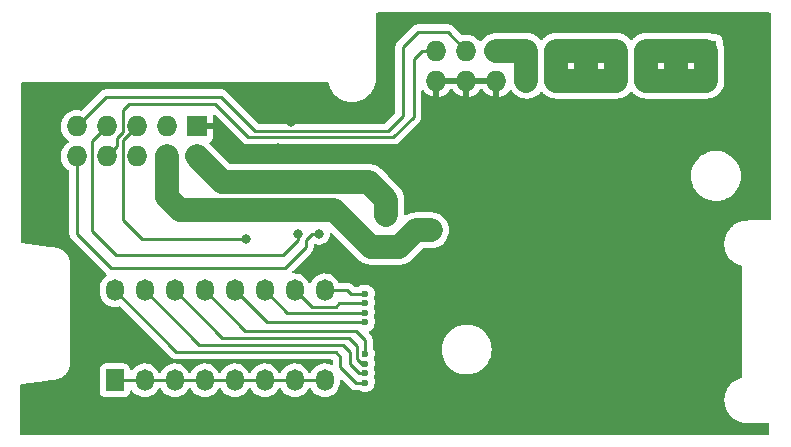
<source format=gbl>
G04 #@! TF.GenerationSoftware,KiCad,Pcbnew,(5.99.0-10628-ga06f965ffa)*
G04 #@! TF.CreationDate,2021-12-09T18:38:08+01:00*
G04 #@! TF.ProjectId,MAN Adapterplatine,4d414e20-4164-4617-9074-6572706c6174,1.1*
G04 #@! TF.SameCoordinates,Original*
G04 #@! TF.FileFunction,Copper,L2,Bot*
G04 #@! TF.FilePolarity,Positive*
%FSLAX46Y46*%
G04 Gerber Fmt 4.6, Leading zero omitted, Abs format (unit mm)*
G04 Created by KiCad (PCBNEW (5.99.0-10628-ga06f965ffa)) date 2021-12-09 18:38:08*
%MOMM*%
%LPD*%
G01*
G04 APERTURE LIST*
G04 #@! TA.AperFunction,ComponentPad*
%ADD10R,1.727200X1.727200*%
G04 #@! TD*
G04 #@! TA.AperFunction,ComponentPad*
%ADD11O,1.727200X1.727200*%
G04 #@! TD*
G04 #@! TA.AperFunction,ComponentPad*
%ADD12R,1.524000X1.824000*%
G04 #@! TD*
G04 #@! TA.AperFunction,ComponentPad*
%ADD13O,1.524000X1.824000*%
G04 #@! TD*
G04 #@! TA.AperFunction,ViaPad*
%ADD14C,0.800000*%
G04 #@! TD*
G04 #@! TA.AperFunction,ViaPad*
%ADD15C,0.600000*%
G04 #@! TD*
G04 #@! TA.AperFunction,Conductor*
%ADD16C,0.250000*%
G04 #@! TD*
G04 #@! TA.AperFunction,Conductor*
%ADD17C,2.000000*%
G04 #@! TD*
G04 APERTURE END LIST*
D10*
X150000000Y-69100000D03*
D11*
X150000000Y-71640000D03*
X147460000Y-69100000D03*
X147460000Y-71640000D03*
X144920000Y-69100000D03*
X144920000Y-71640000D03*
X142380000Y-69100000D03*
X142380000Y-71640000D03*
X139840000Y-69100000D03*
X139840000Y-71640000D03*
X137300000Y-69100000D03*
X137300000Y-71640000D03*
X134760000Y-69100000D03*
X134760000Y-71640000D03*
X132220000Y-69100000D03*
X132220000Y-71640000D03*
X129680000Y-69100000D03*
X129680000Y-71640000D03*
X127140000Y-69100000D03*
X127140000Y-71640000D03*
D10*
X106860000Y-75500000D03*
D11*
X106860000Y-78040000D03*
X104320000Y-75500000D03*
X104320000Y-78040000D03*
X101780000Y-75500000D03*
X101780000Y-78040000D03*
X99240000Y-75500000D03*
X99240000Y-78040000D03*
X96700000Y-75500000D03*
X96700000Y-78040000D03*
D12*
X99900000Y-97000000D03*
D13*
X102440000Y-97000000D03*
X104980000Y-97000000D03*
X107520000Y-97000000D03*
X110060000Y-97000000D03*
X112600000Y-97000000D03*
X115140000Y-97000000D03*
X117680000Y-97000000D03*
X117680000Y-89380000D03*
X115140000Y-89380000D03*
X112600000Y-89380000D03*
X110060000Y-89380000D03*
X107520000Y-89380000D03*
X104980000Y-89380000D03*
X102440000Y-89380000D03*
X99900000Y-89380000D03*
D14*
X117000000Y-86200000D03*
X125600000Y-92100000D03*
X114800000Y-75100000D03*
X113700000Y-77300000D03*
X111050000Y-85000000D03*
X122900000Y-81700000D03*
X122900000Y-83000000D03*
X125400000Y-84300000D03*
X126700000Y-84300000D03*
X117200000Y-84600000D03*
X115400000Y-84600000D03*
D15*
X121100000Y-94800000D03*
X121100000Y-96400000D03*
X121100000Y-95600000D03*
X121100000Y-97200000D03*
X121100000Y-89700000D03*
X121100000Y-91300000D03*
X121100000Y-90500000D03*
X121100000Y-92100000D03*
D16*
X107520000Y-97000000D02*
X108532000Y-97000000D01*
X103452000Y-97000000D02*
X104980000Y-97000000D01*
X102200000Y-85000000D02*
X111050000Y-85000000D01*
X100591399Y-76688601D02*
X100591399Y-83391399D01*
X99900000Y-97000000D02*
X102440000Y-97000000D01*
X117680000Y-97000000D02*
X116668000Y-97000000D01*
X102440000Y-97000000D02*
X103452000Y-97000000D01*
X110060000Y-97000000D02*
X112600000Y-97000000D01*
X108532000Y-97000000D02*
X110060000Y-97000000D01*
X101780000Y-75500000D02*
X100591399Y-76688601D01*
X100591399Y-83391399D02*
X102200000Y-85000000D01*
X106508000Y-97000000D02*
X104980000Y-97000000D01*
X112600000Y-97000000D02*
X113612000Y-97000000D01*
X113612000Y-97000000D02*
X115140000Y-97000000D01*
X107520000Y-97000000D02*
X106508000Y-97000000D01*
X116668000Y-97000000D02*
X115140000Y-97000000D01*
D17*
X121400000Y-80200000D02*
X122900000Y-81700000D01*
X147460000Y-69100000D02*
X147460000Y-71640000D01*
X144920000Y-69100000D02*
X144920000Y-71640000D01*
X150000000Y-69100000D02*
X150000000Y-71640000D01*
X122900000Y-83000000D02*
X122900000Y-81700000D01*
X106860000Y-78040000D02*
X109020000Y-80200000D01*
X144920000Y-69100000D02*
X150000000Y-69100000D01*
X144920000Y-71640000D02*
X150000000Y-71640000D01*
X122900000Y-83000000D02*
X122900000Y-81900000D01*
X109020000Y-80200000D02*
X121400000Y-80200000D01*
X104320000Y-81520000D02*
X104320000Y-78040000D01*
X137300000Y-71640000D02*
X139840000Y-71640000D01*
X137300000Y-69100000D02*
X139840000Y-69100000D01*
X125400000Y-84300000D02*
X126700000Y-84300000D01*
X121600000Y-85700000D02*
X118500000Y-82600000D01*
X139840000Y-69100000D02*
X139840000Y-71640000D01*
X142380000Y-69100000D02*
X142380000Y-71640000D01*
X124000000Y-85700000D02*
X121600000Y-85700000D01*
X139840000Y-69100000D02*
X142380000Y-69100000D01*
X139840000Y-71640000D02*
X142380000Y-71640000D01*
X118500000Y-82600000D02*
X105400000Y-82600000D01*
X105400000Y-82600000D02*
X104320000Y-81520000D01*
X137300000Y-69100000D02*
X137300000Y-71640000D01*
X125400000Y-84300000D02*
X124000000Y-85700000D01*
X134760000Y-70460000D02*
X134760000Y-71640000D01*
X134760000Y-69100000D02*
X134760000Y-70460000D01*
X132220000Y-69100000D02*
X134760000Y-69100000D01*
D16*
X100103599Y-76496401D02*
X100103599Y-77176401D01*
X127140000Y-69100000D02*
X125918686Y-69100000D01*
X101100000Y-73600000D02*
X100591399Y-74108601D01*
X100103599Y-77176401D02*
X99240000Y-78040000D01*
X100591399Y-76008601D02*
X100103599Y-76496401D01*
X111200000Y-76400000D02*
X108400000Y-73600000D01*
X125200000Y-69818686D02*
X125200000Y-74700000D01*
X108400000Y-73600000D02*
X101100000Y-73600000D01*
X125918686Y-69100000D02*
X125200000Y-69818686D01*
X123500000Y-76400000D02*
X111200000Y-76400000D01*
X100591399Y-74108601D02*
X100591399Y-76008601D01*
X125200000Y-74700000D02*
X123500000Y-76400000D01*
X128080000Y-67500000D02*
X125600000Y-67500000D01*
X123000000Y-75900000D02*
X111800000Y-75900000D01*
X129680000Y-69100000D02*
X128080000Y-67500000D01*
X108900000Y-73000000D02*
X99200000Y-73000000D01*
X125600000Y-67500000D02*
X124300000Y-68800000D01*
X99200000Y-73000000D02*
X96700000Y-75500000D01*
X111800000Y-75900000D02*
X108900000Y-73000000D01*
X124300000Y-68800000D02*
X124300000Y-74600000D01*
X124300000Y-74600000D02*
X123000000Y-75900000D01*
X116100000Y-85700000D02*
X114300000Y-87500000D01*
X117200000Y-84600000D02*
X116634315Y-84600000D01*
X114300000Y-87500000D02*
X99600000Y-87500000D01*
X116634315Y-84600000D02*
X116100000Y-85134315D01*
X116100000Y-85134315D02*
X116100000Y-85700000D01*
X99600000Y-87500000D02*
X96700000Y-84600000D01*
X96700000Y-84600000D02*
X96700000Y-78040000D01*
X100000000Y-86400000D02*
X98000000Y-84400000D01*
X98000000Y-76740000D02*
X99240000Y-75500000D01*
X115400000Y-84600000D02*
X115400000Y-85165685D01*
X115400000Y-85165685D02*
X114165685Y-86400000D01*
X98000000Y-84400000D02*
X98000000Y-76740000D01*
X114165685Y-86400000D02*
X100000000Y-86400000D01*
X121100000Y-94800000D02*
X121100000Y-93600000D01*
X110940000Y-92800000D02*
X107520000Y-89380000D01*
X121100000Y-93600000D02*
X120300000Y-92800000D01*
X120300000Y-92800000D02*
X110940000Y-92800000D01*
X107060000Y-94000000D02*
X102440000Y-89380000D01*
X119200000Y-94000000D02*
X107060000Y-94000000D01*
X120600000Y-96400000D02*
X119800000Y-95600000D01*
X121100000Y-96400000D02*
X120600000Y-96400000D01*
X119800000Y-94600000D02*
X119200000Y-94000000D01*
X119800000Y-95600000D02*
X119800000Y-94600000D01*
X121100000Y-95600000D02*
X120800000Y-95600000D01*
X120800000Y-95600000D02*
X120400000Y-95200000D01*
X109000000Y-93400000D02*
X104980000Y-89380000D01*
X120400000Y-95200000D02*
X120400000Y-94100000D01*
X119700000Y-93400000D02*
X109000000Y-93400000D01*
X120400000Y-94100000D02*
X119700000Y-93400000D01*
X119000000Y-95000000D02*
X118600000Y-94600000D01*
X121100000Y-97200000D02*
X120300000Y-97200000D01*
X105120000Y-94600000D02*
X99900000Y-89380000D01*
X120300000Y-97200000D02*
X119000000Y-95900000D01*
X119000000Y-95900000D02*
X119000000Y-95000000D01*
X118600000Y-94600000D02*
X105120000Y-94600000D01*
X121100000Y-89700000D02*
X119900000Y-89700000D01*
X119580000Y-89380000D02*
X117680000Y-89380000D01*
X119900000Y-89700000D02*
X119580000Y-89380000D01*
X121100000Y-91300000D02*
X114520000Y-91300000D01*
X114520000Y-91300000D02*
X112600000Y-89380000D01*
X118900000Y-90500000D02*
X118600000Y-90800000D01*
X118600000Y-90800000D02*
X116560000Y-90800000D01*
X121100000Y-90500000D02*
X118900000Y-90500000D01*
X116560000Y-90800000D02*
X115140000Y-89380000D01*
X112780000Y-92100000D02*
X110060000Y-89380000D01*
X121100000Y-92100000D02*
X112780000Y-92100000D01*
G04 #@! TA.AperFunction,Conductor*
G36*
X155397873Y-65873132D02*
G01*
X155444366Y-65926788D01*
X155455752Y-65979130D01*
X155455752Y-83345600D01*
X155435750Y-83413721D01*
X155382094Y-83460214D01*
X155329752Y-83471600D01*
X153559912Y-83471600D01*
X153552080Y-83471356D01*
X153539137Y-83470550D01*
X153534272Y-83470247D01*
X153526096Y-83471004D01*
X153525443Y-83471064D01*
X153513833Y-83471600D01*
X153508194Y-83471600D01*
X153490392Y-83474150D01*
X153484147Y-83474885D01*
X153217013Y-83499604D01*
X153206371Y-83500063D01*
X153198090Y-83498826D01*
X153189198Y-83500044D01*
X153189196Y-83500044D01*
X153171883Y-83502416D01*
X153143897Y-83506249D01*
X153138432Y-83506876D01*
X153113383Y-83509194D01*
X153107299Y-83510648D01*
X153095130Y-83512929D01*
X153085938Y-83514188D01*
X153081284Y-83515580D01*
X153081274Y-83515582D01*
X153063335Y-83520947D01*
X153056518Y-83522779D01*
X153006217Y-83534797D01*
X152998423Y-83539249D01*
X152991966Y-83541804D01*
X152981715Y-83545357D01*
X152958101Y-83552419D01*
X152812150Y-83596067D01*
X152801250Y-83598804D01*
X152796867Y-83599699D01*
X152787908Y-83600229D01*
X152738454Y-83617924D01*
X152732122Y-83620001D01*
X152711506Y-83626166D01*
X152707438Y-83628046D01*
X152707432Y-83628048D01*
X152703188Y-83630009D01*
X152692783Y-83634264D01*
X152681325Y-83638364D01*
X152663535Y-83648039D01*
X152656223Y-83651711D01*
X152611486Y-83672382D01*
X152604722Y-83678282D01*
X152597185Y-83683168D01*
X152596936Y-83682784D01*
X152587247Y-83689524D01*
X152531843Y-83719652D01*
X152449317Y-83764528D01*
X152439251Y-83769436D01*
X152434934Y-83771308D01*
X152426273Y-83773676D01*
X152381604Y-83801148D01*
X152375812Y-83804500D01*
X152360928Y-83812594D01*
X152356993Y-83814734D01*
X152353400Y-83817411D01*
X152349566Y-83820267D01*
X152340299Y-83826550D01*
X152329849Y-83832977D01*
X152326149Y-83836131D01*
X152314531Y-83846033D01*
X152308080Y-83851175D01*
X152268637Y-83880561D01*
X152263231Y-83887732D01*
X152256868Y-83894059D01*
X152256555Y-83893745D01*
X152248423Y-83902377D01*
X152138334Y-83996208D01*
X152129004Y-84003419D01*
X152121069Y-84007430D01*
X152114516Y-84013566D01*
X152114514Y-84013567D01*
X152081612Y-84044373D01*
X152077239Y-84048281D01*
X152058963Y-84063857D01*
X152054224Y-84069230D01*
X152045855Y-84077851D01*
X152038436Y-84084798D01*
X152035438Y-84088631D01*
X152035432Y-84088637D01*
X152024548Y-84102550D01*
X152019811Y-84108252D01*
X152005229Y-84124788D01*
X151986086Y-84146495D01*
X151982276Y-84154625D01*
X151977354Y-84162130D01*
X151976733Y-84161723D01*
X151971185Y-84170767D01*
X151887538Y-84277697D01*
X151882189Y-84283840D01*
X151876592Y-84288179D01*
X151871326Y-84295450D01*
X151871325Y-84295451D01*
X151843666Y-84333641D01*
X151840863Y-84337364D01*
X151823589Y-84359447D01*
X151821354Y-84363336D01*
X151820703Y-84364303D01*
X151814355Y-84374115D01*
X151810194Y-84379860D01*
X151798263Y-84403213D01*
X151795323Y-84408631D01*
X151773163Y-84447192D01*
X151773161Y-84447197D01*
X151768690Y-84454977D01*
X151766582Y-84463700D01*
X151765999Y-84465163D01*
X151761160Y-84475833D01*
X151700397Y-84594762D01*
X151697659Y-84599442D01*
X151694065Y-84603471D01*
X151672049Y-84649756D01*
X151669429Y-84655264D01*
X151667873Y-84658420D01*
X151653151Y-84687236D01*
X151651699Y-84691472D01*
X151649947Y-84695602D01*
X151649840Y-84695556D01*
X151648058Y-84699928D01*
X151647530Y-84701303D01*
X151645441Y-84705695D01*
X151644053Y-84710355D01*
X151644051Y-84710360D01*
X151636948Y-84734207D01*
X151635397Y-84739053D01*
X151617437Y-84791469D01*
X151617083Y-84799215D01*
X151614859Y-84808356D01*
X151577105Y-84935098D01*
X151575712Y-84938929D01*
X151573403Y-84942689D01*
X151558242Y-84998304D01*
X151557462Y-85001039D01*
X151548673Y-85030542D01*
X151548671Y-85030551D01*
X151547394Y-85034838D01*
X151546736Y-85039272D01*
X151545903Y-85043027D01*
X151545055Y-85046457D01*
X151544910Y-85047215D01*
X151543632Y-85051904D01*
X151543090Y-85056738D01*
X151543089Y-85056743D01*
X151540074Y-85083637D01*
X151539498Y-85088064D01*
X151531226Y-85143827D01*
X151532157Y-85150572D01*
X151531710Y-85158226D01*
X151517749Y-85282746D01*
X151517089Y-85288628D01*
X151516389Y-85292682D01*
X151514771Y-85296822D01*
X151513981Y-85305768D01*
X151509706Y-85354157D01*
X151509410Y-85357108D01*
X151507149Y-85377277D01*
X151505494Y-85392036D01*
X151505632Y-85396529D01*
X151505471Y-85400489D01*
X151505247Y-85403956D01*
X151505239Y-85404733D01*
X151504810Y-85409583D01*
X151505133Y-85414443D01*
X151505133Y-85414446D01*
X151506924Y-85441395D01*
X151507142Y-85445896D01*
X151508136Y-85478363D01*
X151508864Y-85502167D01*
X151510984Y-85508672D01*
X151511904Y-85516328D01*
X151519690Y-85633465D01*
X151520550Y-85646408D01*
X151520605Y-85652041D01*
X151519564Y-85657479D01*
X151525025Y-85714526D01*
X151525316Y-85718123D01*
X151527435Y-85750009D01*
X151528364Y-85754397D01*
X151528977Y-85758830D01*
X151528877Y-85758844D01*
X151529748Y-85764528D01*
X151529886Y-85765320D01*
X151530350Y-85770164D01*
X151534558Y-85786651D01*
X151537632Y-85798694D01*
X151538814Y-85803761D01*
X151550254Y-85857802D01*
X151553989Y-85864752D01*
X151556846Y-85873976D01*
X151586174Y-85988881D01*
X151588877Y-85999472D01*
X151590616Y-86008127D01*
X151590649Y-86015588D01*
X151593208Y-86024198D01*
X151606518Y-86068981D01*
X151607825Y-86073714D01*
X151614554Y-86100078D01*
X151616354Y-86104430D01*
X151620695Y-86116680D01*
X151622899Y-86124096D01*
X151624987Y-86128492D01*
X151633812Y-86147076D01*
X151636429Y-86152973D01*
X151650168Y-86186193D01*
X151656662Y-86201896D01*
X151662282Y-86208895D01*
X151663852Y-86211547D01*
X151669234Y-86221665D01*
X151724385Y-86337793D01*
X151728840Y-86348401D01*
X151729806Y-86351033D01*
X151731675Y-86359811D01*
X151735930Y-86367708D01*
X151735932Y-86367713D01*
X151756840Y-86406516D01*
X151759732Y-86412227D01*
X151761977Y-86416953D01*
X151769317Y-86432407D01*
X151771786Y-86436130D01*
X151771789Y-86436135D01*
X151774002Y-86439471D01*
X151779923Y-86449351D01*
X151783062Y-86455178D01*
X151783065Y-86455183D01*
X151785372Y-86459464D01*
X151798075Y-86476220D01*
X151802639Y-86482651D01*
X151830215Y-86524230D01*
X151837078Y-86530018D01*
X151843051Y-86536721D01*
X151842641Y-86537086D01*
X151850489Y-86545352D01*
X151924342Y-86642766D01*
X151930423Y-86650787D01*
X151936004Y-86660160D01*
X151936559Y-86659806D01*
X151941382Y-86667381D01*
X151945079Y-86675557D01*
X151966381Y-86700382D01*
X151978001Y-86713924D01*
X151982785Y-86719852D01*
X151994107Y-86734787D01*
X151997287Y-86737932D01*
X151997293Y-86737939D01*
X152002311Y-86742902D01*
X152009320Y-86750425D01*
X152015621Y-86757768D01*
X152015625Y-86757772D01*
X152018794Y-86761465D01*
X152025065Y-86766824D01*
X152032160Y-86772888D01*
X152038898Y-86779084D01*
X152072448Y-86812264D01*
X152080345Y-86816531D01*
X152087558Y-86821875D01*
X152087470Y-86821994D01*
X152098360Y-86829465D01*
X152209521Y-86924466D01*
X152217297Y-86932767D01*
X152217690Y-86932375D01*
X152224031Y-86938729D01*
X152229406Y-86945917D01*
X152269292Y-86975877D01*
X152275471Y-86980830D01*
X152285618Y-86989502D01*
X152285629Y-86989510D01*
X152289034Y-86992420D01*
X152292817Y-86994818D01*
X152292828Y-86994826D01*
X152299448Y-86999022D01*
X152307653Y-87004690D01*
X152319917Y-87013901D01*
X152324212Y-87016191D01*
X152324216Y-87016193D01*
X152334651Y-87021755D01*
X152342835Y-87026520D01*
X152382097Y-87051406D01*
X152390722Y-87053890D01*
X152398907Y-87057572D01*
X152398887Y-87057617D01*
X152411562Y-87062754D01*
X152452398Y-87084522D01*
X152556749Y-87140148D01*
X152566180Y-87145715D01*
X152571468Y-87149155D01*
X152578221Y-87155065D01*
X152586359Y-87158841D01*
X152586362Y-87158843D01*
X152625307Y-87176913D01*
X152631544Y-87180020D01*
X152645811Y-87187625D01*
X152645817Y-87187628D01*
X152649774Y-87189737D01*
X152658297Y-87192824D01*
X152659081Y-87193108D01*
X152669195Y-87197277D01*
X152670810Y-87198026D01*
X152680905Y-87202710D01*
X152699558Y-87208073D01*
X152707627Y-87210691D01*
X152753370Y-87227259D01*
X152762330Y-87227824D01*
X152771119Y-87229654D01*
X152771046Y-87230006D01*
X152783105Y-87232095D01*
X152943925Y-87278335D01*
X153003866Y-87316382D01*
X153033722Y-87380796D01*
X153035107Y-87399429D01*
X153035107Y-96707723D01*
X153015105Y-96775844D01*
X152961449Y-96822337D01*
X152944471Y-96828658D01*
X152794380Y-96872548D01*
X152783863Y-96875139D01*
X152776930Y-96876533D01*
X152767968Y-96877038D01*
X152759508Y-96880038D01*
X152759506Y-96880038D01*
X152719269Y-96894305D01*
X152712552Y-96896476D01*
X152693040Y-96902182D01*
X152688956Y-96904039D01*
X152688953Y-96904040D01*
X152683770Y-96906397D01*
X152673724Y-96910454D01*
X152661276Y-96914867D01*
X152656993Y-96917180D01*
X152656987Y-96917183D01*
X152644493Y-96923931D01*
X152636773Y-96927766D01*
X152592739Y-96947787D01*
X152585940Y-96953645D01*
X152578376Y-96958483D01*
X152578203Y-96958213D01*
X152567982Y-96965255D01*
X152553283Y-96973193D01*
X152426851Y-97041478D01*
X152416515Y-97045651D01*
X152416760Y-97046208D01*
X152408546Y-97049824D01*
X152399899Y-97052240D01*
X152357274Y-97078784D01*
X152350556Y-97082684D01*
X152334472Y-97091371D01*
X152330873Y-97094037D01*
X152330863Y-97094043D01*
X152324881Y-97098474D01*
X152316494Y-97104178D01*
X152303807Y-97112078D01*
X152300126Y-97115251D01*
X152300115Y-97115259D01*
X152290830Y-97123263D01*
X152283555Y-97129080D01*
X152253141Y-97151604D01*
X152253138Y-97151607D01*
X152245929Y-97156946D01*
X152240504Y-97164098D01*
X152234125Y-97170406D01*
X152234057Y-97170337D01*
X152224848Y-97180140D01*
X152115278Y-97274589D01*
X152106924Y-97281194D01*
X152100324Y-97285973D01*
X152092378Y-97290155D01*
X152055474Y-97325865D01*
X152050157Y-97330722D01*
X152035126Y-97343679D01*
X152032183Y-97347054D01*
X152032178Y-97347059D01*
X152028161Y-97351666D01*
X152020813Y-97359406D01*
X152011029Y-97368873D01*
X151999790Y-97383738D01*
X151994274Y-97390526D01*
X151962711Y-97426722D01*
X151958946Y-97434873D01*
X151954065Y-97442407D01*
X151953841Y-97442262D01*
X151947333Y-97453118D01*
X151865379Y-97561514D01*
X151857713Y-97570711D01*
X151857673Y-97570755D01*
X151850725Y-97576444D01*
X151845654Y-97583854D01*
X151820264Y-97620953D01*
X151816789Y-97625781D01*
X151802453Y-97644742D01*
X151800280Y-97648671D01*
X151800279Y-97648673D01*
X151798914Y-97651141D01*
X151792628Y-97661333D01*
X151789542Y-97665841D01*
X151789536Y-97665852D01*
X151786792Y-97669861D01*
X151780886Y-97682224D01*
X151777163Y-97690016D01*
X151773736Y-97696672D01*
X151753477Y-97733308D01*
X151753475Y-97733312D01*
X151749134Y-97741163D01*
X151747171Y-97749917D01*
X151743982Y-97758315D01*
X151743315Y-97758062D01*
X151739817Y-97768185D01*
X151699972Y-97851585D01*
X151684000Y-97885015D01*
X151680341Y-97891729D01*
X151675990Y-97896950D01*
X151672413Y-97905177D01*
X151672411Y-97905180D01*
X151664985Y-97922259D01*
X151656172Y-97942530D01*
X151653518Y-97948633D01*
X151651677Y-97952670D01*
X151639268Y-97978643D01*
X151637926Y-97982929D01*
X151636970Y-97985360D01*
X151633501Y-97994667D01*
X151632790Y-97996302D01*
X151632788Y-97996309D01*
X151630852Y-98000761D01*
X151624078Y-98026675D01*
X151622417Y-98032458D01*
X151617628Y-98047754D01*
X151606344Y-98083791D01*
X151606174Y-98092771D01*
X151606100Y-98093226D01*
X151603638Y-98104866D01*
X151593310Y-98144377D01*
X151570769Y-98230605D01*
X151569262Y-98235252D01*
X151566798Y-98239618D01*
X151564759Y-98248354D01*
X151564758Y-98248357D01*
X151553725Y-98295632D01*
X151552926Y-98298859D01*
X151545620Y-98326808D01*
X151545618Y-98326818D01*
X151544485Y-98331153D01*
X151543978Y-98335607D01*
X151543155Y-98340013D01*
X151543000Y-98339984D01*
X151542689Y-98341782D01*
X151542180Y-98345103D01*
X151541071Y-98349856D01*
X151539273Y-98373843D01*
X151538785Y-98380349D01*
X151538328Y-98385190D01*
X151533736Y-98425500D01*
X151532013Y-98440626D01*
X151533270Y-98447905D01*
X151533070Y-98456596D01*
X151523297Y-98586994D01*
X151522798Y-98590668D01*
X151521431Y-98594566D01*
X151520957Y-98603527D01*
X151520957Y-98603529D01*
X151518399Y-98651926D01*
X151518223Y-98654692D01*
X151515514Y-98690839D01*
X151515816Y-98695311D01*
X151515806Y-98698099D01*
X151515696Y-98702006D01*
X151515714Y-98702735D01*
X151515456Y-98707607D01*
X151515950Y-98712450D01*
X151515950Y-98712452D01*
X151518760Y-98739998D01*
X151519123Y-98744282D01*
X151522939Y-98800771D01*
X151525194Y-98806911D01*
X151526313Y-98814039D01*
X151539659Y-98944874D01*
X151539827Y-98948856D01*
X151539135Y-98953149D01*
X151546300Y-99010288D01*
X151546621Y-99013113D01*
X151548446Y-99031003D01*
X151549044Y-99036866D01*
X151550222Y-99048419D01*
X151551304Y-99052768D01*
X151551927Y-99056339D01*
X151552460Y-99059893D01*
X151552611Y-99060630D01*
X151553218Y-99065470D01*
X151554560Y-99070152D01*
X151554561Y-99070156D01*
X151562053Y-99096290D01*
X151563203Y-99100583D01*
X151576830Y-99155340D01*
X151580232Y-99161169D01*
X151582703Y-99168319D01*
X151619192Y-99295597D01*
X151620451Y-99301155D01*
X151620584Y-99306730D01*
X151623307Y-99315275D01*
X151623308Y-99315282D01*
X151637976Y-99361314D01*
X151639044Y-99364843D01*
X151647806Y-99395407D01*
X151649642Y-99399503D01*
X151651181Y-99403714D01*
X151651090Y-99403747D01*
X151653230Y-99409350D01*
X151653474Y-99409951D01*
X151654951Y-99414587D01*
X151657124Y-99418940D01*
X151668065Y-99440863D01*
X151670295Y-99445573D01*
X151692878Y-99495948D01*
X151698022Y-99501983D01*
X151702799Y-99510455D01*
X151746532Y-99598079D01*
X151762419Y-99629910D01*
X151765952Y-99638011D01*
X151767561Y-99645291D01*
X151787666Y-99681924D01*
X151794366Y-99694133D01*
X151796645Y-99698485D01*
X151806790Y-99718812D01*
X151806793Y-99718818D01*
X151808789Y-99722816D01*
X151811464Y-99726682D01*
X151818301Y-99737744D01*
X151822024Y-99744528D01*
X151837046Y-99764028D01*
X151837544Y-99764675D01*
X151841348Y-99769884D01*
X151848027Y-99779539D01*
X151871472Y-99813430D01*
X151878443Y-99819080D01*
X151880543Y-99821346D01*
X151887940Y-99830093D01*
X151970440Y-99937186D01*
X151977134Y-99946766D01*
X151977997Y-99948131D01*
X151981669Y-99956328D01*
X152016334Y-99997009D01*
X152020214Y-100001798D01*
X152034234Y-100019997D01*
X152039678Y-100025298D01*
X152039959Y-100025572D01*
X152047951Y-100034114D01*
X152055088Y-100042490D01*
X152058781Y-100045668D01*
X152058787Y-100045674D01*
X152071444Y-100056566D01*
X152077162Y-100061801D01*
X152113170Y-100096868D01*
X152121102Y-100101075D01*
X152128353Y-100106361D01*
X152127991Y-100106858D01*
X152137159Y-100113120D01*
X152244168Y-100205211D01*
X152252083Y-100212641D01*
X152256861Y-100217530D01*
X152262161Y-100224775D01*
X152269282Y-100230241D01*
X152269283Y-100230242D01*
X152303228Y-100256298D01*
X152308700Y-100260747D01*
X152320757Y-100271124D01*
X152320761Y-100271127D01*
X152324154Y-100274047D01*
X152332649Y-100279472D01*
X152341556Y-100285718D01*
X152348092Y-100290736D01*
X152348100Y-100290741D01*
X152351957Y-100293702D01*
X152356230Y-100296037D01*
X152356237Y-100296042D01*
X152368800Y-100302909D01*
X152376189Y-100307280D01*
X152417013Y-100333353D01*
X152425628Y-100335867D01*
X152433803Y-100339578D01*
X152433665Y-100339882D01*
X152445080Y-100344601D01*
X152560449Y-100407657D01*
X152583049Y-100420009D01*
X152592470Y-100425706D01*
X152597400Y-100428990D01*
X152604091Y-100434976D01*
X152612192Y-100438843D01*
X152651051Y-100457392D01*
X152657203Y-100460539D01*
X152671541Y-100468376D01*
X152671544Y-100468377D01*
X152675477Y-100470527D01*
X152684606Y-100473942D01*
X152694716Y-100478235D01*
X152706248Y-100483740D01*
X152710914Y-100485137D01*
X152710922Y-100485140D01*
X152724988Y-100489351D01*
X152732996Y-100492044D01*
X152770266Y-100505986D01*
X152770270Y-100505987D01*
X152778675Y-100509131D01*
X152787627Y-100509790D01*
X152796397Y-100511711D01*
X152796316Y-100512081D01*
X152808271Y-100514284D01*
X152981283Y-100566082D01*
X152991527Y-100569703D01*
X152998835Y-100573994D01*
X153051775Y-100587315D01*
X153057130Y-100588789D01*
X153081025Y-100595943D01*
X153087366Y-100596892D01*
X153099450Y-100599311D01*
X153108612Y-100601617D01*
X153113454Y-100602064D01*
X153113460Y-100602065D01*
X153128391Y-100603443D01*
X153131919Y-100603768D01*
X153138996Y-100604625D01*
X153181114Y-100610932D01*
X153181117Y-100610932D01*
X153189992Y-100612261D01*
X153198881Y-100611046D01*
X153206239Y-100611093D01*
X153217015Y-100611623D01*
X153479609Y-100635861D01*
X153487413Y-100636828D01*
X153504972Y-100639562D01*
X153513901Y-100639562D01*
X153525481Y-100640095D01*
X153526712Y-100640209D01*
X153526719Y-100640209D01*
X153531181Y-100640621D01*
X153535661Y-100640396D01*
X153535666Y-100640396D01*
X153549090Y-100639721D01*
X153555414Y-100639562D01*
X155202162Y-100639562D01*
X155270283Y-100659564D01*
X155316776Y-100713220D01*
X155328162Y-100765562D01*
X155328162Y-101499576D01*
X155308160Y-101567697D01*
X155254504Y-101614190D01*
X155202162Y-101625576D01*
X92030636Y-101625576D01*
X91962515Y-101605574D01*
X91916022Y-101551918D01*
X91904636Y-101499576D01*
X91904636Y-97444761D01*
X91924638Y-97376640D01*
X91978294Y-97330147D01*
X92014540Y-97319793D01*
X94091858Y-97052240D01*
X94432672Y-97008344D01*
X94432703Y-97008586D01*
X94433694Y-97008455D01*
X94433674Y-97008315D01*
X94641001Y-96978871D01*
X94654109Y-96977722D01*
X94654355Y-96977695D01*
X94659216Y-96977530D01*
X94664000Y-96976618D01*
X94664003Y-96976618D01*
X94681976Y-96973193D01*
X94687849Y-96972217D01*
X94696040Y-96971054D01*
X94703150Y-96970044D01*
X94703151Y-96970044D01*
X94707586Y-96969414D01*
X94712774Y-96967904D01*
X94724405Y-96965109D01*
X94815310Y-96947787D01*
X94883078Y-96934874D01*
X94891489Y-96933564D01*
X94902900Y-96932180D01*
X94902902Y-96932180D01*
X94907738Y-96931593D01*
X94917917Y-96928719D01*
X94928568Y-96926206D01*
X94935784Y-96924831D01*
X94951547Y-96919423D01*
X94958164Y-96917356D01*
X95146785Y-96864097D01*
X95148957Y-96863506D01*
X95173074Y-96857184D01*
X95176398Y-96855736D01*
X95176791Y-96855625D01*
X95184223Y-96852329D01*
X95184788Y-96852081D01*
X95330464Y-96788621D01*
X95343069Y-96784654D01*
X95343020Y-96784515D01*
X95351482Y-96781510D01*
X95360280Y-96779735D01*
X95368226Y-96775562D01*
X95368230Y-96775561D01*
X95402046Y-96757803D01*
X95410307Y-96753841D01*
X95419354Y-96749900D01*
X95419360Y-96749897D01*
X95423464Y-96748109D01*
X95427277Y-96745755D01*
X95427281Y-96745753D01*
X95436582Y-96740011D01*
X95444176Y-96735679D01*
X95460502Y-96727106D01*
X95471210Y-96719166D01*
X95480060Y-96713170D01*
X95509577Y-96694947D01*
X95509578Y-96694946D01*
X95517219Y-96690229D01*
X95523229Y-96683557D01*
X95524352Y-96682620D01*
X95541388Y-96667134D01*
X95661492Y-96578084D01*
X95671632Y-96571301D01*
X95705999Y-96550655D01*
X95733280Y-96521096D01*
X95745600Y-96507749D01*
X95749553Y-96503655D01*
X95784689Y-96468878D01*
X95784690Y-96468877D01*
X95791068Y-96462564D01*
X95812243Y-96424355D01*
X95817809Y-96415245D01*
X95923454Y-96257761D01*
X95931376Y-96247196D01*
X95949797Y-96225138D01*
X95955550Y-96218249D01*
X95963197Y-96200718D01*
X95979891Y-96162442D01*
X95981839Y-96158192D01*
X96008263Y-96103300D01*
X96015023Y-96062489D01*
X96017461Y-96051075D01*
X96018174Y-96048362D01*
X96049625Y-95928601D01*
X96052798Y-95918565D01*
X96056768Y-95911260D01*
X96068363Y-95857724D01*
X96069640Y-95852391D01*
X96074918Y-95832293D01*
X96074918Y-95832292D01*
X96076055Y-95827963D01*
X96076758Y-95821853D01*
X96078784Y-95809612D01*
X96079699Y-95805387D01*
X96079701Y-95805372D01*
X96080729Y-95800625D01*
X96082123Y-95776947D01*
X96082731Y-95769951D01*
X96084529Y-95754334D01*
X96088652Y-95718504D01*
X96087134Y-95709657D01*
X96086950Y-95702991D01*
X96087120Y-95692103D01*
X96088820Y-95663222D01*
X96090103Y-95651236D01*
X96090621Y-95647909D01*
X96090621Y-95647908D01*
X96091371Y-95643092D01*
X96091371Y-95623610D01*
X96091589Y-95616203D01*
X96092282Y-95604436D01*
X96092282Y-95604435D01*
X96092545Y-95599968D01*
X96091809Y-95591166D01*
X96091371Y-95580667D01*
X96091371Y-87126276D01*
X96091947Y-87114244D01*
X96092268Y-87110893D01*
X96092734Y-87106040D01*
X96091589Y-87086596D01*
X96091371Y-87079189D01*
X96091371Y-87062921D01*
X96090736Y-87058483D01*
X96090735Y-87058475D01*
X96090119Y-87054174D01*
X96089065Y-87043726D01*
X96087035Y-87009261D01*
X96086935Y-86998729D01*
X96088441Y-86990551D01*
X96087524Y-86981623D01*
X96087524Y-86981619D01*
X96082845Y-86936073D01*
X96082403Y-86930604D01*
X96081182Y-86909863D01*
X96081182Y-86909860D01*
X96080918Y-86905382D01*
X96079690Y-86899359D01*
X96077811Y-86887067D01*
X96077371Y-86882785D01*
X96076874Y-86877943D01*
X96074808Y-86870076D01*
X96070853Y-86855014D01*
X96069259Y-86848175D01*
X96060707Y-86806216D01*
X96060707Y-86806215D01*
X96058914Y-86797420D01*
X96054724Y-86789480D01*
X96052477Y-86783193D01*
X96049258Y-86772787D01*
X96018508Y-86655701D01*
X96015827Y-86642766D01*
X96011476Y-86614354D01*
X96010117Y-86605476D01*
X95984368Y-86550271D01*
X95982481Y-86546020D01*
X95958813Y-86489893D01*
X95932672Y-86457801D01*
X95925736Y-86448430D01*
X95846375Y-86330130D01*
X95820126Y-86291001D01*
X95813818Y-86280534D01*
X95799078Y-86253152D01*
X95794822Y-86245246D01*
X95788519Y-86238853D01*
X95788516Y-86238849D01*
X95753821Y-86203659D01*
X95749917Y-86199517D01*
X95716842Y-86162791D01*
X95716841Y-86162791D01*
X95710835Y-86156121D01*
X95703197Y-86151404D01*
X95703195Y-86151403D01*
X95673657Y-86133163D01*
X95664821Y-86127176D01*
X95544569Y-86038016D01*
X95534852Y-86029074D01*
X95534756Y-86029186D01*
X95527935Y-86023352D01*
X95522008Y-86016608D01*
X95482170Y-85991336D01*
X95474639Y-85986167D01*
X95463090Y-85977604D01*
X95459156Y-85975476D01*
X95459149Y-85975472D01*
X95449529Y-85970270D01*
X95441996Y-85965851D01*
X95426419Y-85955970D01*
X95414195Y-85950645D01*
X95404585Y-85945964D01*
X95374070Y-85929460D01*
X95374068Y-85929459D01*
X95366174Y-85925190D01*
X95357397Y-85923308D01*
X95356040Y-85922807D01*
X95334100Y-85915753D01*
X95221120Y-85866535D01*
X95204672Y-85859370D01*
X95202524Y-85858410D01*
X95184305Y-85850062D01*
X95184302Y-85850061D01*
X95179889Y-85848039D01*
X95176398Y-85847053D01*
X95176030Y-85846893D01*
X95174674Y-85846520D01*
X95174661Y-85846515D01*
X95168476Y-85844813D01*
X95167676Y-85844590D01*
X94962467Y-85786651D01*
X94954356Y-85784062D01*
X94943534Y-85780200D01*
X94943532Y-85780199D01*
X94938949Y-85778564D01*
X94928556Y-85776584D01*
X94917914Y-85774072D01*
X94915147Y-85773291D01*
X94910837Y-85772074D01*
X94906409Y-85771482D01*
X94906395Y-85771479D01*
X94894339Y-85769867D01*
X94887456Y-85768752D01*
X94728439Y-85738451D01*
X94715699Y-85735308D01*
X94715447Y-85735252D01*
X94710776Y-85733830D01*
X94705951Y-85733145D01*
X94705948Y-85733144D01*
X94687838Y-85730572D01*
X94681996Y-85729601D01*
X94662381Y-85725864D01*
X94656959Y-85725614D01*
X94645065Y-85724498D01*
X94516832Y-85706286D01*
X94506884Y-85704147D01*
X94506850Y-85704308D01*
X94502087Y-85703316D01*
X94497410Y-85701958D01*
X94318097Y-85678863D01*
X92076084Y-85390098D01*
X92011076Y-85361558D01*
X91971818Y-85302402D01*
X91966179Y-85265130D01*
X91966179Y-75603253D01*
X95326776Y-75603253D01*
X95363806Y-75833151D01*
X95365529Y-75838197D01*
X95365529Y-75838198D01*
X95429448Y-76025422D01*
X95439041Y-76053522D01*
X95550331Y-76258067D01*
X95553635Y-76262258D01*
X95691191Y-76436747D01*
X95691195Y-76436751D01*
X95694494Y-76440936D01*
X95698454Y-76444507D01*
X95698455Y-76444509D01*
X95853428Y-76584292D01*
X95867407Y-76596901D01*
X95871914Y-76599756D01*
X95871917Y-76599758D01*
X95881466Y-76605806D01*
X95959594Y-76655292D01*
X95972527Y-76663484D01*
X96019372Y-76716832D01*
X96029938Y-76787038D01*
X96000870Y-76851812D01*
X95970471Y-76877647D01*
X95961569Y-76883049D01*
X95888618Y-76927317D01*
X95884588Y-76930814D01*
X95760855Y-77038184D01*
X95712742Y-77079934D01*
X95709359Y-77084060D01*
X95709355Y-77084064D01*
X95636232Y-77173245D01*
X95565096Y-77260002D01*
X95449900Y-77462373D01*
X95403330Y-77590671D01*
X95388080Y-77632685D01*
X95370448Y-77681259D01*
X95369499Y-77686508D01*
X95369498Y-77686511D01*
X95344092Y-77827009D01*
X95329012Y-77910403D01*
X95326776Y-78143253D01*
X95327625Y-78148524D01*
X95360529Y-78352804D01*
X95363806Y-78373151D01*
X95365529Y-78378197D01*
X95365529Y-78378198D01*
X95435377Y-78582789D01*
X95439041Y-78593522D01*
X95550331Y-78798067D01*
X95553635Y-78802258D01*
X95691191Y-78976747D01*
X95691195Y-78976751D01*
X95694494Y-78980936D01*
X95698454Y-78984507D01*
X95698455Y-78984509D01*
X95854306Y-79125084D01*
X95867407Y-79136901D01*
X95871914Y-79139756D01*
X95871917Y-79139758D01*
X95942690Y-79184585D01*
X96007923Y-79225904D01*
X96054767Y-79279251D01*
X96066500Y-79332347D01*
X96066500Y-84521616D01*
X96065986Y-84532520D01*
X96064334Y-84539911D01*
X96064583Y-84547837D01*
X96064583Y-84547838D01*
X96066438Y-84606866D01*
X96066500Y-84610823D01*
X96066500Y-84639578D01*
X96066996Y-84643503D01*
X96066996Y-84643504D01*
X96067039Y-84643843D01*
X96067972Y-84655687D01*
X96069361Y-84699883D01*
X96071573Y-84707495D01*
X96075012Y-84719333D01*
X96079022Y-84738695D01*
X96081560Y-84758788D01*
X96084476Y-84766153D01*
X96084477Y-84766157D01*
X96097837Y-84799901D01*
X96101681Y-84811128D01*
X96114014Y-84853578D01*
X96118052Y-84860406D01*
X96124323Y-84871011D01*
X96133019Y-84888762D01*
X96137558Y-84900226D01*
X96140478Y-84907600D01*
X96145139Y-84914015D01*
X96166465Y-84943367D01*
X96172983Y-84953290D01*
X96195486Y-84991341D01*
X96195855Y-84991759D01*
X96209938Y-85005842D01*
X96222772Y-85020867D01*
X96234554Y-85037083D01*
X96258319Y-85056743D01*
X96268335Y-85065029D01*
X96277115Y-85073019D01*
X99096618Y-87892523D01*
X99103969Y-87900601D01*
X99108027Y-87906995D01*
X99113806Y-87912422D01*
X99113807Y-87912423D01*
X99156862Y-87952854D01*
X99159704Y-87955609D01*
X99180033Y-87975938D01*
X99183453Y-87978590D01*
X99192462Y-87986284D01*
X99192911Y-87986705D01*
X99228880Y-88047914D01*
X99226048Y-88118854D01*
X99183368Y-88178523D01*
X99036645Y-88291108D01*
X99032872Y-88295254D01*
X99032867Y-88295259D01*
X98944244Y-88392655D01*
X98884026Y-88458834D01*
X98881043Y-88463590D01*
X98881041Y-88463592D01*
X98804393Y-88585780D01*
X98763521Y-88650935D01*
X98678939Y-88861340D01*
X98632953Y-89083398D01*
X98629500Y-89143284D01*
X98629500Y-89586023D01*
X98644659Y-89755872D01*
X98704497Y-89974604D01*
X98802124Y-90179282D01*
X98934453Y-90363438D01*
X98938485Y-90367345D01*
X99075374Y-90500000D01*
X99097302Y-90521250D01*
X99162963Y-90565372D01*
X99280870Y-90644603D01*
X99280876Y-90644606D01*
X99285523Y-90647729D01*
X99290655Y-90649982D01*
X99290659Y-90649984D01*
X99424855Y-90708892D01*
X99493167Y-90738879D01*
X99498625Y-90740189D01*
X99498624Y-90740189D01*
X99657377Y-90778302D01*
X99713671Y-90791817D01*
X99812611Y-90797522D01*
X99934458Y-90804548D01*
X99934461Y-90804548D01*
X99940064Y-90804871D01*
X100165191Y-90777627D01*
X100170553Y-90775977D01*
X100170555Y-90775977D01*
X100273572Y-90744285D01*
X100344563Y-90743373D01*
X100399716Y-90775620D01*
X104616609Y-94992513D01*
X104623969Y-95000601D01*
X104628027Y-95006995D01*
X104633804Y-95012420D01*
X104676878Y-95052869D01*
X104679720Y-95055624D01*
X104700034Y-95075938D01*
X104703445Y-95078583D01*
X104712465Y-95086287D01*
X104744699Y-95116557D01*
X104751643Y-95120374D01*
X104751645Y-95120376D01*
X104762453Y-95126318D01*
X104778977Y-95137172D01*
X104794977Y-95149583D01*
X104802248Y-95152730D01*
X104802249Y-95152730D01*
X104835551Y-95167141D01*
X104846207Y-95172362D01*
X104884952Y-95193662D01*
X104892635Y-95195634D01*
X104892636Y-95195635D01*
X104904568Y-95198699D01*
X104923272Y-95205103D01*
X104934583Y-95209998D01*
X104934590Y-95210000D01*
X104941864Y-95213148D01*
X104969663Y-95217551D01*
X104985538Y-95220065D01*
X104997163Y-95222473D01*
X105034218Y-95231987D01*
X105034220Y-95231987D01*
X105039975Y-95233465D01*
X105040531Y-95233500D01*
X105060446Y-95233500D01*
X105080156Y-95235051D01*
X105099944Y-95238185D01*
X105107835Y-95237439D01*
X105143590Y-95234059D01*
X105155448Y-95233500D01*
X118240500Y-95233500D01*
X118308621Y-95253502D01*
X118355114Y-95307158D01*
X118366500Y-95359500D01*
X118366500Y-95570971D01*
X118346498Y-95639092D01*
X118292842Y-95685585D01*
X118222568Y-95695689D01*
X118189855Y-95686345D01*
X118156320Y-95671624D01*
X118086833Y-95641121D01*
X117915551Y-95600000D01*
X117871786Y-95589493D01*
X117871785Y-95589493D01*
X117866329Y-95588183D01*
X117752699Y-95581631D01*
X117645542Y-95575452D01*
X117645539Y-95575452D01*
X117639936Y-95575129D01*
X117414809Y-95602373D01*
X117409447Y-95604023D01*
X117409445Y-95604023D01*
X117338739Y-95625775D01*
X117198064Y-95669052D01*
X117193080Y-95671624D01*
X117193081Y-95671624D01*
X117002577Y-95769951D01*
X116996553Y-95773060D01*
X116816645Y-95911108D01*
X116812872Y-95915254D01*
X116812867Y-95915259D01*
X116735497Y-96000288D01*
X116664026Y-96078834D01*
X116661043Y-96083589D01*
X116661041Y-96083592D01*
X116547620Y-96264401D01*
X116543521Y-96270935D01*
X116541427Y-96276144D01*
X116541426Y-96276146D01*
X116536863Y-96287497D01*
X116492896Y-96343241D01*
X116419956Y-96366500D01*
X116396450Y-96366500D01*
X116328329Y-96346498D01*
X116282724Y-96294744D01*
X116260045Y-96247196D01*
X116237876Y-96200718D01*
X116105547Y-96016562D01*
X116021522Y-95935136D01*
X115946726Y-95862653D01*
X115946723Y-95862651D01*
X115942698Y-95858750D01*
X115848325Y-95795334D01*
X115759130Y-95735397D01*
X115759124Y-95735394D01*
X115754477Y-95732271D01*
X115749345Y-95730018D01*
X115749341Y-95730016D01*
X115551975Y-95643378D01*
X115551973Y-95643377D01*
X115546833Y-95641121D01*
X115375551Y-95600000D01*
X115331786Y-95589493D01*
X115331785Y-95589493D01*
X115326329Y-95588183D01*
X115212699Y-95581631D01*
X115105542Y-95575452D01*
X115105539Y-95575452D01*
X115099936Y-95575129D01*
X114874809Y-95602373D01*
X114869447Y-95604023D01*
X114869445Y-95604023D01*
X114798739Y-95625775D01*
X114658064Y-95669052D01*
X114653080Y-95671624D01*
X114653081Y-95671624D01*
X114462577Y-95769951D01*
X114456553Y-95773060D01*
X114276645Y-95911108D01*
X114272872Y-95915254D01*
X114272867Y-95915259D01*
X114195497Y-96000288D01*
X114124026Y-96078834D01*
X114121043Y-96083589D01*
X114121041Y-96083592D01*
X114007620Y-96264401D01*
X114003521Y-96270935D01*
X114001427Y-96276144D01*
X114001426Y-96276146D01*
X113996863Y-96287497D01*
X113952896Y-96343241D01*
X113879956Y-96366500D01*
X113856450Y-96366500D01*
X113788329Y-96346498D01*
X113742724Y-96294744D01*
X113720045Y-96247196D01*
X113697876Y-96200718D01*
X113565547Y-96016562D01*
X113481522Y-95935136D01*
X113406726Y-95862653D01*
X113406723Y-95862651D01*
X113402698Y-95858750D01*
X113308325Y-95795334D01*
X113219130Y-95735397D01*
X113219124Y-95735394D01*
X113214477Y-95732271D01*
X113209345Y-95730018D01*
X113209341Y-95730016D01*
X113011975Y-95643378D01*
X113011973Y-95643377D01*
X113006833Y-95641121D01*
X112835551Y-95600000D01*
X112791786Y-95589493D01*
X112791785Y-95589493D01*
X112786329Y-95588183D01*
X112672699Y-95581631D01*
X112565542Y-95575452D01*
X112565539Y-95575452D01*
X112559936Y-95575129D01*
X112334809Y-95602373D01*
X112329447Y-95604023D01*
X112329445Y-95604023D01*
X112258739Y-95625775D01*
X112118064Y-95669052D01*
X112113080Y-95671624D01*
X112113081Y-95671624D01*
X111922577Y-95769951D01*
X111916553Y-95773060D01*
X111736645Y-95911108D01*
X111732872Y-95915254D01*
X111732867Y-95915259D01*
X111655497Y-96000288D01*
X111584026Y-96078834D01*
X111581043Y-96083589D01*
X111581041Y-96083592D01*
X111467620Y-96264401D01*
X111463521Y-96270935D01*
X111461427Y-96276144D01*
X111461426Y-96276146D01*
X111456863Y-96287497D01*
X111412896Y-96343241D01*
X111339956Y-96366500D01*
X111316450Y-96366500D01*
X111248329Y-96346498D01*
X111202724Y-96294744D01*
X111180045Y-96247196D01*
X111157876Y-96200718D01*
X111025547Y-96016562D01*
X110941522Y-95935136D01*
X110866726Y-95862653D01*
X110866723Y-95862651D01*
X110862698Y-95858750D01*
X110768325Y-95795334D01*
X110679130Y-95735397D01*
X110679124Y-95735394D01*
X110674477Y-95732271D01*
X110669345Y-95730018D01*
X110669341Y-95730016D01*
X110471975Y-95643378D01*
X110471973Y-95643377D01*
X110466833Y-95641121D01*
X110295551Y-95600000D01*
X110251786Y-95589493D01*
X110251785Y-95589493D01*
X110246329Y-95588183D01*
X110132699Y-95581631D01*
X110025542Y-95575452D01*
X110025539Y-95575452D01*
X110019936Y-95575129D01*
X109794809Y-95602373D01*
X109789447Y-95604023D01*
X109789445Y-95604023D01*
X109718739Y-95625775D01*
X109578064Y-95669052D01*
X109573080Y-95671624D01*
X109573081Y-95671624D01*
X109382577Y-95769951D01*
X109376553Y-95773060D01*
X109196645Y-95911108D01*
X109192872Y-95915254D01*
X109192867Y-95915259D01*
X109115497Y-96000288D01*
X109044026Y-96078834D01*
X109041043Y-96083589D01*
X109041041Y-96083592D01*
X108927620Y-96264401D01*
X108923521Y-96270935D01*
X108921427Y-96276144D01*
X108921426Y-96276146D01*
X108916863Y-96287497D01*
X108872896Y-96343241D01*
X108799956Y-96366500D01*
X108776450Y-96366500D01*
X108708329Y-96346498D01*
X108662724Y-96294744D01*
X108640045Y-96247196D01*
X108617876Y-96200718D01*
X108485547Y-96016562D01*
X108401522Y-95935136D01*
X108326726Y-95862653D01*
X108326723Y-95862651D01*
X108322698Y-95858750D01*
X108228325Y-95795334D01*
X108139130Y-95735397D01*
X108139124Y-95735394D01*
X108134477Y-95732271D01*
X108129345Y-95730018D01*
X108129341Y-95730016D01*
X107931975Y-95643378D01*
X107931973Y-95643377D01*
X107926833Y-95641121D01*
X107755551Y-95600000D01*
X107711786Y-95589493D01*
X107711785Y-95589493D01*
X107706329Y-95588183D01*
X107592699Y-95581631D01*
X107485542Y-95575452D01*
X107485539Y-95575452D01*
X107479936Y-95575129D01*
X107254809Y-95602373D01*
X107249447Y-95604023D01*
X107249445Y-95604023D01*
X107178739Y-95625775D01*
X107038064Y-95669052D01*
X107033080Y-95671624D01*
X107033081Y-95671624D01*
X106842577Y-95769951D01*
X106836553Y-95773060D01*
X106656645Y-95911108D01*
X106652872Y-95915254D01*
X106652867Y-95915259D01*
X106575497Y-96000288D01*
X106504026Y-96078834D01*
X106501043Y-96083589D01*
X106501041Y-96083592D01*
X106387620Y-96264401D01*
X106383521Y-96270935D01*
X106381427Y-96276144D01*
X106381426Y-96276146D01*
X106376863Y-96287497D01*
X106332896Y-96343241D01*
X106259956Y-96366500D01*
X106236450Y-96366500D01*
X106168329Y-96346498D01*
X106122724Y-96294744D01*
X106100045Y-96247196D01*
X106077876Y-96200718D01*
X105945547Y-96016562D01*
X105861522Y-95935136D01*
X105786726Y-95862653D01*
X105786723Y-95862651D01*
X105782698Y-95858750D01*
X105688325Y-95795334D01*
X105599130Y-95735397D01*
X105599124Y-95735394D01*
X105594477Y-95732271D01*
X105589345Y-95730018D01*
X105589341Y-95730016D01*
X105391975Y-95643378D01*
X105391973Y-95643377D01*
X105386833Y-95641121D01*
X105215551Y-95600000D01*
X105171786Y-95589493D01*
X105171785Y-95589493D01*
X105166329Y-95588183D01*
X105052699Y-95581631D01*
X104945542Y-95575452D01*
X104945539Y-95575452D01*
X104939936Y-95575129D01*
X104714809Y-95602373D01*
X104709447Y-95604023D01*
X104709445Y-95604023D01*
X104638739Y-95625775D01*
X104498064Y-95669052D01*
X104493080Y-95671624D01*
X104493081Y-95671624D01*
X104302577Y-95769951D01*
X104296553Y-95773060D01*
X104116645Y-95911108D01*
X104112872Y-95915254D01*
X104112867Y-95915259D01*
X104035497Y-96000288D01*
X103964026Y-96078834D01*
X103961043Y-96083589D01*
X103961041Y-96083592D01*
X103847620Y-96264401D01*
X103843521Y-96270935D01*
X103841427Y-96276144D01*
X103841426Y-96276146D01*
X103836863Y-96287497D01*
X103792896Y-96343241D01*
X103719956Y-96366500D01*
X103696450Y-96366500D01*
X103628329Y-96346498D01*
X103582724Y-96294744D01*
X103560045Y-96247196D01*
X103537876Y-96200718D01*
X103405547Y-96016562D01*
X103321522Y-95935136D01*
X103246726Y-95862653D01*
X103246723Y-95862651D01*
X103242698Y-95858750D01*
X103148325Y-95795334D01*
X103059130Y-95735397D01*
X103059124Y-95735394D01*
X103054477Y-95732271D01*
X103049345Y-95730018D01*
X103049341Y-95730016D01*
X102851975Y-95643378D01*
X102851973Y-95643377D01*
X102846833Y-95641121D01*
X102675551Y-95600000D01*
X102631786Y-95589493D01*
X102631785Y-95589493D01*
X102626329Y-95588183D01*
X102512699Y-95581631D01*
X102405542Y-95575452D01*
X102405539Y-95575452D01*
X102399936Y-95575129D01*
X102174809Y-95602373D01*
X102169447Y-95604023D01*
X102169445Y-95604023D01*
X102098739Y-95625775D01*
X101958064Y-95669052D01*
X101953080Y-95671624D01*
X101953081Y-95671624D01*
X101762577Y-95769951D01*
X101756553Y-95773060D01*
X101576645Y-95911108D01*
X101572872Y-95915254D01*
X101572867Y-95915259D01*
X101495497Y-96000288D01*
X101424026Y-96078834D01*
X101405254Y-96108758D01*
X101352113Y-96155835D01*
X101281954Y-96166708D01*
X101217054Y-96137925D01*
X101178018Y-96078623D01*
X101172839Y-96050793D01*
X101170755Y-96021659D01*
X101170755Y-96021658D01*
X101170273Y-96014921D01*
X101129096Y-95874684D01*
X101096213Y-95823518D01*
X101054949Y-95759309D01*
X101054947Y-95759306D01*
X101050077Y-95751729D01*
X101043267Y-95745828D01*
X100946431Y-95661918D01*
X100946428Y-95661916D01*
X100939619Y-95656016D01*
X100911946Y-95643378D01*
X100814864Y-95599042D01*
X100814863Y-95599042D01*
X100806670Y-95595300D01*
X100797755Y-95594018D01*
X100797754Y-95594018D01*
X100666448Y-95575139D01*
X100666441Y-95575138D01*
X100662000Y-95574500D01*
X99138000Y-95574500D01*
X99064921Y-95579727D01*
X99011884Y-95595300D01*
X98933330Y-95618365D01*
X98933328Y-95618366D01*
X98924684Y-95620904D01*
X98917105Y-95625775D01*
X98809309Y-95695051D01*
X98809306Y-95695053D01*
X98801729Y-95699923D01*
X98795828Y-95706733D01*
X98711918Y-95803569D01*
X98711916Y-95803572D01*
X98706016Y-95810381D01*
X98702272Y-95818579D01*
X98652027Y-95928601D01*
X98645300Y-95943330D01*
X98644018Y-95952245D01*
X98644018Y-95952246D01*
X98625139Y-96083552D01*
X98625138Y-96083559D01*
X98624500Y-96088000D01*
X98624500Y-97912000D01*
X98629727Y-97985079D01*
X98637746Y-98012390D01*
X98661482Y-98093226D01*
X98670904Y-98125316D01*
X98675775Y-98132895D01*
X98745051Y-98240691D01*
X98745053Y-98240694D01*
X98749923Y-98248271D01*
X98756733Y-98254172D01*
X98853569Y-98338082D01*
X98853572Y-98338084D01*
X98860381Y-98343984D01*
X98993330Y-98404700D01*
X99002245Y-98405982D01*
X99002246Y-98405982D01*
X99133552Y-98424861D01*
X99133559Y-98424862D01*
X99138000Y-98425500D01*
X100662000Y-98425500D01*
X100735079Y-98420273D01*
X100854562Y-98385190D01*
X100866670Y-98381635D01*
X100866672Y-98381634D01*
X100875316Y-98379096D01*
X100936175Y-98339984D01*
X100990691Y-98304949D01*
X100990694Y-98304947D01*
X100998271Y-98300077D01*
X101043087Y-98248357D01*
X101088082Y-98196431D01*
X101088084Y-98196428D01*
X101093984Y-98189619D01*
X101114645Y-98144377D01*
X101150958Y-98064864D01*
X101150958Y-98064863D01*
X101154700Y-98056670D01*
X101172271Y-97934460D01*
X101201763Y-97869881D01*
X101261489Y-97831497D01*
X101332485Y-97831497D01*
X101392212Y-97869880D01*
X101399310Y-97878867D01*
X101471171Y-97978872D01*
X101471177Y-97978879D01*
X101474453Y-97983438D01*
X101637302Y-98141250D01*
X101692681Y-98178463D01*
X101820870Y-98264603D01*
X101820876Y-98264606D01*
X101825523Y-98267729D01*
X101830655Y-98269982D01*
X101830659Y-98269984D01*
X102023688Y-98354718D01*
X102033167Y-98358879D01*
X102038625Y-98360189D01*
X102038624Y-98360189D01*
X102208440Y-98400958D01*
X102253671Y-98411817D01*
X102352611Y-98417522D01*
X102474458Y-98424548D01*
X102474461Y-98424548D01*
X102480064Y-98424871D01*
X102705191Y-98397627D01*
X102710553Y-98395977D01*
X102710555Y-98395977D01*
X102831144Y-98358879D01*
X102921936Y-98330948D01*
X103070686Y-98254172D01*
X103118464Y-98229512D01*
X103118465Y-98229512D01*
X103123447Y-98226940D01*
X103303355Y-98088892D01*
X103307128Y-98084746D01*
X103307133Y-98084741D01*
X103452195Y-97925319D01*
X103455974Y-97921166D01*
X103458959Y-97916408D01*
X103573494Y-97733824D01*
X103573495Y-97733821D01*
X103576479Y-97729065D01*
X103580157Y-97719917D01*
X103583137Y-97712503D01*
X103627104Y-97656759D01*
X103700044Y-97633500D01*
X103723550Y-97633500D01*
X103791671Y-97653502D01*
X103837276Y-97705256D01*
X103882124Y-97799282D01*
X104014453Y-97983438D01*
X104177302Y-98141250D01*
X104232681Y-98178463D01*
X104360870Y-98264603D01*
X104360876Y-98264606D01*
X104365523Y-98267729D01*
X104370655Y-98269982D01*
X104370659Y-98269984D01*
X104563688Y-98354718D01*
X104573167Y-98358879D01*
X104578625Y-98360189D01*
X104578624Y-98360189D01*
X104748440Y-98400958D01*
X104793671Y-98411817D01*
X104892611Y-98417522D01*
X105014458Y-98424548D01*
X105014461Y-98424548D01*
X105020064Y-98424871D01*
X105245191Y-98397627D01*
X105250553Y-98395977D01*
X105250555Y-98395977D01*
X105371144Y-98358879D01*
X105461936Y-98330948D01*
X105610686Y-98254172D01*
X105658464Y-98229512D01*
X105658465Y-98229512D01*
X105663447Y-98226940D01*
X105843355Y-98088892D01*
X105847128Y-98084746D01*
X105847133Y-98084741D01*
X105992195Y-97925319D01*
X105995974Y-97921166D01*
X105998959Y-97916408D01*
X106113494Y-97733824D01*
X106113495Y-97733821D01*
X106116479Y-97729065D01*
X106120157Y-97719917D01*
X106123137Y-97712503D01*
X106167104Y-97656759D01*
X106240044Y-97633500D01*
X106263550Y-97633500D01*
X106331671Y-97653502D01*
X106377276Y-97705256D01*
X106422124Y-97799282D01*
X106554453Y-97983438D01*
X106717302Y-98141250D01*
X106772681Y-98178463D01*
X106900870Y-98264603D01*
X106900876Y-98264606D01*
X106905523Y-98267729D01*
X106910655Y-98269982D01*
X106910659Y-98269984D01*
X107103688Y-98354718D01*
X107113167Y-98358879D01*
X107118625Y-98360189D01*
X107118624Y-98360189D01*
X107288440Y-98400958D01*
X107333671Y-98411817D01*
X107432611Y-98417522D01*
X107554458Y-98424548D01*
X107554461Y-98424548D01*
X107560064Y-98424871D01*
X107785191Y-98397627D01*
X107790553Y-98395977D01*
X107790555Y-98395977D01*
X107911144Y-98358879D01*
X108001936Y-98330948D01*
X108150686Y-98254172D01*
X108198464Y-98229512D01*
X108198465Y-98229512D01*
X108203447Y-98226940D01*
X108383355Y-98088892D01*
X108387128Y-98084746D01*
X108387133Y-98084741D01*
X108532195Y-97925319D01*
X108535974Y-97921166D01*
X108538959Y-97916408D01*
X108653494Y-97733824D01*
X108653495Y-97733821D01*
X108656479Y-97729065D01*
X108660157Y-97719917D01*
X108663137Y-97712503D01*
X108707104Y-97656759D01*
X108780044Y-97633500D01*
X108803550Y-97633500D01*
X108871671Y-97653502D01*
X108917276Y-97705256D01*
X108962124Y-97799282D01*
X109094453Y-97983438D01*
X109257302Y-98141250D01*
X109312681Y-98178463D01*
X109440870Y-98264603D01*
X109440876Y-98264606D01*
X109445523Y-98267729D01*
X109450655Y-98269982D01*
X109450659Y-98269984D01*
X109643688Y-98354718D01*
X109653167Y-98358879D01*
X109658625Y-98360189D01*
X109658624Y-98360189D01*
X109828440Y-98400958D01*
X109873671Y-98411817D01*
X109972611Y-98417522D01*
X110094458Y-98424548D01*
X110094461Y-98424548D01*
X110100064Y-98424871D01*
X110325191Y-98397627D01*
X110330553Y-98395977D01*
X110330555Y-98395977D01*
X110451144Y-98358879D01*
X110541936Y-98330948D01*
X110690686Y-98254172D01*
X110738464Y-98229512D01*
X110738465Y-98229512D01*
X110743447Y-98226940D01*
X110923355Y-98088892D01*
X110927128Y-98084746D01*
X110927133Y-98084741D01*
X111072195Y-97925319D01*
X111075974Y-97921166D01*
X111078959Y-97916408D01*
X111193494Y-97733824D01*
X111193495Y-97733821D01*
X111196479Y-97729065D01*
X111200157Y-97719917D01*
X111203137Y-97712503D01*
X111247104Y-97656759D01*
X111320044Y-97633500D01*
X111343550Y-97633500D01*
X111411671Y-97653502D01*
X111457276Y-97705256D01*
X111502124Y-97799282D01*
X111634453Y-97983438D01*
X111797302Y-98141250D01*
X111852681Y-98178463D01*
X111980870Y-98264603D01*
X111980876Y-98264606D01*
X111985523Y-98267729D01*
X111990655Y-98269982D01*
X111990659Y-98269984D01*
X112183688Y-98354718D01*
X112193167Y-98358879D01*
X112198625Y-98360189D01*
X112198624Y-98360189D01*
X112368440Y-98400958D01*
X112413671Y-98411817D01*
X112512611Y-98417522D01*
X112634458Y-98424548D01*
X112634461Y-98424548D01*
X112640064Y-98424871D01*
X112865191Y-98397627D01*
X112870553Y-98395977D01*
X112870555Y-98395977D01*
X112991144Y-98358879D01*
X113081936Y-98330948D01*
X113230686Y-98254172D01*
X113278464Y-98229512D01*
X113278465Y-98229512D01*
X113283447Y-98226940D01*
X113463355Y-98088892D01*
X113467128Y-98084746D01*
X113467133Y-98084741D01*
X113612195Y-97925319D01*
X113615974Y-97921166D01*
X113618959Y-97916408D01*
X113733494Y-97733824D01*
X113733495Y-97733821D01*
X113736479Y-97729065D01*
X113740157Y-97719917D01*
X113743137Y-97712503D01*
X113787104Y-97656759D01*
X113860044Y-97633500D01*
X113883550Y-97633500D01*
X113951671Y-97653502D01*
X113997276Y-97705256D01*
X114042124Y-97799282D01*
X114174453Y-97983438D01*
X114337302Y-98141250D01*
X114392681Y-98178463D01*
X114520870Y-98264603D01*
X114520876Y-98264606D01*
X114525523Y-98267729D01*
X114530655Y-98269982D01*
X114530659Y-98269984D01*
X114723688Y-98354718D01*
X114733167Y-98358879D01*
X114738625Y-98360189D01*
X114738624Y-98360189D01*
X114908440Y-98400958D01*
X114953671Y-98411817D01*
X115052611Y-98417522D01*
X115174458Y-98424548D01*
X115174461Y-98424548D01*
X115180064Y-98424871D01*
X115405191Y-98397627D01*
X115410553Y-98395977D01*
X115410555Y-98395977D01*
X115531144Y-98358879D01*
X115621936Y-98330948D01*
X115770686Y-98254172D01*
X115818464Y-98229512D01*
X115818465Y-98229512D01*
X115823447Y-98226940D01*
X116003355Y-98088892D01*
X116007128Y-98084746D01*
X116007133Y-98084741D01*
X116152195Y-97925319D01*
X116155974Y-97921166D01*
X116158959Y-97916408D01*
X116273494Y-97733824D01*
X116273495Y-97733821D01*
X116276479Y-97729065D01*
X116280157Y-97719917D01*
X116283137Y-97712503D01*
X116327104Y-97656759D01*
X116400044Y-97633500D01*
X116423550Y-97633500D01*
X116491671Y-97653502D01*
X116537276Y-97705256D01*
X116582124Y-97799282D01*
X116714453Y-97983438D01*
X116877302Y-98141250D01*
X116932681Y-98178463D01*
X117060870Y-98264603D01*
X117060876Y-98264606D01*
X117065523Y-98267729D01*
X117070655Y-98269982D01*
X117070659Y-98269984D01*
X117263688Y-98354718D01*
X117273167Y-98358879D01*
X117278625Y-98360189D01*
X117278624Y-98360189D01*
X117448440Y-98400958D01*
X117493671Y-98411817D01*
X117592611Y-98417522D01*
X117714458Y-98424548D01*
X117714461Y-98424548D01*
X117720064Y-98424871D01*
X117945191Y-98397627D01*
X117950553Y-98395977D01*
X117950555Y-98395977D01*
X118071144Y-98358879D01*
X118161936Y-98330948D01*
X118310686Y-98254172D01*
X118358464Y-98229512D01*
X118358465Y-98229512D01*
X118363447Y-98226940D01*
X118543355Y-98088892D01*
X118547128Y-98084746D01*
X118547133Y-98084741D01*
X118692195Y-97925319D01*
X118695974Y-97921166D01*
X118698959Y-97916408D01*
X118813496Y-97733821D01*
X118813498Y-97733817D01*
X118816479Y-97729065D01*
X118901061Y-97518660D01*
X118947047Y-97296602D01*
X118947419Y-97290155D01*
X118950395Y-97238539D01*
X118950395Y-97238535D01*
X118950500Y-97236716D01*
X118950500Y-97050594D01*
X118970502Y-96982473D01*
X119024158Y-96935980D01*
X119094432Y-96925876D01*
X119159012Y-96955370D01*
X119165595Y-96961499D01*
X119796609Y-97592513D01*
X119803969Y-97600601D01*
X119808027Y-97606995D01*
X119813804Y-97612420D01*
X119856878Y-97652869D01*
X119859720Y-97655624D01*
X119880034Y-97675938D01*
X119883445Y-97678583D01*
X119892465Y-97686287D01*
X119924699Y-97716557D01*
X119931643Y-97720374D01*
X119931645Y-97720376D01*
X119942453Y-97726318D01*
X119958977Y-97737172D01*
X119968711Y-97744723D01*
X119968713Y-97744724D01*
X119974977Y-97749583D01*
X120015561Y-97767146D01*
X120026190Y-97772353D01*
X120064952Y-97793662D01*
X120084578Y-97798701D01*
X120103271Y-97805102D01*
X120121865Y-97813148D01*
X120162511Y-97819586D01*
X120165531Y-97820064D01*
X120177154Y-97822471D01*
X120219975Y-97833465D01*
X120220531Y-97833500D01*
X120240447Y-97833500D01*
X120260157Y-97835051D01*
X120279945Y-97838185D01*
X120287837Y-97837439D01*
X120323593Y-97834059D01*
X120335451Y-97833500D01*
X120554113Y-97833500D01*
X120623106Y-97854068D01*
X120733211Y-97926119D01*
X120903197Y-97989336D01*
X120910178Y-97990267D01*
X120910180Y-97990268D01*
X120959766Y-97996884D01*
X121082963Y-98013322D01*
X121089974Y-98012684D01*
X121089978Y-98012684D01*
X121230059Y-97999934D01*
X121263577Y-97996884D01*
X121270279Y-97994706D01*
X121270281Y-97994706D01*
X121429361Y-97943018D01*
X121429364Y-97943017D01*
X121436060Y-97940841D01*
X121531910Y-97883703D01*
X121585789Y-97851585D01*
X121585791Y-97851584D01*
X121591841Y-97847977D01*
X121723177Y-97722908D01*
X121789290Y-97623399D01*
X121819639Y-97577721D01*
X121819640Y-97577719D01*
X121823540Y-97571849D01*
X121887942Y-97402309D01*
X121911215Y-97236716D01*
X121912632Y-97226636D01*
X121912632Y-97226633D01*
X121913183Y-97222714D01*
X121913500Y-97200000D01*
X121893284Y-97019770D01*
X121833641Y-96848498D01*
X121834033Y-96848362D01*
X121823319Y-96782486D01*
X121830557Y-96753378D01*
X121887942Y-96602309D01*
X121903185Y-96493849D01*
X121912632Y-96426636D01*
X121912632Y-96426633D01*
X121913183Y-96422714D01*
X121913339Y-96411537D01*
X121913445Y-96403962D01*
X121913445Y-96403957D01*
X121913500Y-96400000D01*
X121893284Y-96219770D01*
X121886650Y-96200718D01*
X121849641Y-96094443D01*
X121833641Y-96048498D01*
X121834033Y-96048362D01*
X121823319Y-95982486D01*
X121830557Y-95953378D01*
X121887942Y-95802309D01*
X121906309Y-95671624D01*
X121912632Y-95626636D01*
X121912632Y-95626633D01*
X121913183Y-95622714D01*
X121913500Y-95600000D01*
X121893284Y-95419770D01*
X121833641Y-95248498D01*
X121834033Y-95248362D01*
X121823319Y-95182486D01*
X121830557Y-95153378D01*
X121887942Y-95002309D01*
X121913183Y-94822714D01*
X121913500Y-94800000D01*
X121893284Y-94619770D01*
X121833641Y-94448498D01*
X121789507Y-94377868D01*
X127586616Y-94377868D01*
X127603166Y-94664892D01*
X127603991Y-94669097D01*
X127603992Y-94669105D01*
X127615223Y-94726348D01*
X127658516Y-94947014D01*
X127659903Y-94951065D01*
X127749634Y-95213148D01*
X127751642Y-95219014D01*
X127880822Y-95475859D01*
X127982368Y-95623610D01*
X128038380Y-95705107D01*
X128043664Y-95712796D01*
X128237155Y-95925440D01*
X128457716Y-96109857D01*
X128461357Y-96112141D01*
X128697624Y-96260352D01*
X128697628Y-96260354D01*
X128701264Y-96262635D01*
X128705174Y-96264400D01*
X128705175Y-96264401D01*
X128731188Y-96276146D01*
X128963293Y-96380945D01*
X128967412Y-96382165D01*
X129234841Y-96461382D01*
X129234846Y-96461383D01*
X129238954Y-96462600D01*
X129243188Y-96463248D01*
X129243193Y-96463249D01*
X129496037Y-96501940D01*
X129523147Y-96506088D01*
X129669498Y-96508387D01*
X129806321Y-96510537D01*
X129806327Y-96510537D01*
X129810612Y-96510604D01*
X129814864Y-96510089D01*
X129814872Y-96510089D01*
X130036529Y-96483265D01*
X130096030Y-96476064D01*
X130100179Y-96474976D01*
X130100182Y-96474975D01*
X130369970Y-96404198D01*
X130374121Y-96403109D01*
X130639736Y-96293087D01*
X130649303Y-96287497D01*
X130884255Y-96150202D01*
X130884257Y-96150200D01*
X130887963Y-96148035D01*
X131114208Y-95970637D01*
X131140671Y-95943330D01*
X131256776Y-95823518D01*
X131314283Y-95764175D01*
X131316816Y-95760727D01*
X131316820Y-95760722D01*
X131481949Y-95535925D01*
X131484487Y-95532470D01*
X131515224Y-95475859D01*
X131619621Y-95283585D01*
X131619622Y-95283583D01*
X131621671Y-95279809D01*
X131697792Y-95078362D01*
X131721777Y-95014887D01*
X131721778Y-95014883D01*
X131723295Y-95010869D01*
X131787479Y-94730624D01*
X131792970Y-94669105D01*
X131812816Y-94446728D01*
X131812816Y-94446726D01*
X131813036Y-94444262D01*
X131813500Y-94400000D01*
X131807970Y-94318879D01*
X131794238Y-94117442D01*
X131794237Y-94117436D01*
X131793946Y-94113165D01*
X131789409Y-94091254D01*
X131736513Y-93835835D01*
X131735644Y-93831638D01*
X131639674Y-93560628D01*
X131507812Y-93305150D01*
X131342498Y-93069931D01*
X131339573Y-93066783D01*
X131149711Y-92862468D01*
X131149708Y-92862466D01*
X131146790Y-92859325D01*
X131143474Y-92856611D01*
X131143471Y-92856608D01*
X130927629Y-92679942D01*
X130927622Y-92679937D01*
X130924311Y-92677227D01*
X130679176Y-92527009D01*
X130675240Y-92525281D01*
X130419851Y-92413172D01*
X130419847Y-92413171D01*
X130415923Y-92411448D01*
X130139421Y-92332685D01*
X129925987Y-92302309D01*
X129859041Y-92292781D01*
X129859039Y-92292781D01*
X129854789Y-92292176D01*
X129703976Y-92291387D01*
X129571579Y-92290693D01*
X129571573Y-92290693D01*
X129567292Y-92290671D01*
X129563048Y-92291230D01*
X129563044Y-92291230D01*
X129437864Y-92307710D01*
X129282251Y-92328197D01*
X129278111Y-92329330D01*
X129278109Y-92329330D01*
X129261547Y-92333861D01*
X129004940Y-92404061D01*
X128983580Y-92413172D01*
X128744433Y-92515176D01*
X128744426Y-92515180D01*
X128740491Y-92516858D01*
X128736810Y-92519061D01*
X128497479Y-92662297D01*
X128497475Y-92662300D01*
X128493797Y-92664501D01*
X128490454Y-92667179D01*
X128490450Y-92667182D01*
X128395666Y-92743119D01*
X128269423Y-92844259D01*
X128266479Y-92847361D01*
X128266475Y-92847365D01*
X128093417Y-93029729D01*
X128071520Y-93052804D01*
X127903752Y-93286279D01*
X127769222Y-93540362D01*
X127670419Y-93810352D01*
X127609173Y-94091254D01*
X127608837Y-94095524D01*
X127591259Y-94318879D01*
X127586616Y-94377868D01*
X121789507Y-94377868D01*
X121752646Y-94318878D01*
X121733500Y-94252109D01*
X121733500Y-93678384D01*
X121734014Y-93667480D01*
X121735666Y-93660089D01*
X121733562Y-93593134D01*
X121733500Y-93589177D01*
X121733500Y-93560422D01*
X121732961Y-93556155D01*
X121732027Y-93544305D01*
X121731904Y-93540362D01*
X121730639Y-93500117D01*
X121724987Y-93480661D01*
X121720978Y-93461302D01*
X121719434Y-93449079D01*
X121719434Y-93449078D01*
X121718440Y-93441212D01*
X121713230Y-93428054D01*
X121702168Y-93400111D01*
X121698323Y-93388882D01*
X121688199Y-93354035D01*
X121688198Y-93354034D01*
X121685987Y-93346422D01*
X121675674Y-93328983D01*
X121666978Y-93311231D01*
X121662442Y-93299775D01*
X121659522Y-93292400D01*
X121633533Y-93256629D01*
X121627016Y-93246708D01*
X121607548Y-93213790D01*
X121604514Y-93208659D01*
X121604145Y-93208241D01*
X121590062Y-93194158D01*
X121577228Y-93179133D01*
X121565446Y-93162917D01*
X121531664Y-93134970D01*
X121522885Y-93126981D01*
X121425633Y-93029729D01*
X121391607Y-92967417D01*
X121396672Y-92896602D01*
X121439219Y-92839766D01*
X121450207Y-92832408D01*
X121521663Y-92789811D01*
X121585789Y-92751585D01*
X121585791Y-92751584D01*
X121591841Y-92747977D01*
X121723177Y-92622908D01*
X121823540Y-92471849D01*
X121887942Y-92302309D01*
X121913183Y-92122714D01*
X121913500Y-92100000D01*
X121893284Y-91919770D01*
X121833641Y-91748498D01*
X121834033Y-91748362D01*
X121823319Y-91682486D01*
X121830557Y-91653378D01*
X121887942Y-91502309D01*
X121913183Y-91322714D01*
X121913500Y-91300000D01*
X121893284Y-91119770D01*
X121833641Y-90948498D01*
X121834033Y-90948362D01*
X121823319Y-90882486D01*
X121830557Y-90853378D01*
X121887942Y-90702309D01*
X121913183Y-90522714D01*
X121913500Y-90500000D01*
X121893284Y-90319770D01*
X121833641Y-90148498D01*
X121834033Y-90148362D01*
X121823319Y-90082486D01*
X121830557Y-90053378D01*
X121887942Y-89902309D01*
X121906030Y-89773607D01*
X121912632Y-89726636D01*
X121912632Y-89726633D01*
X121913183Y-89722714D01*
X121913500Y-89700000D01*
X121893284Y-89519770D01*
X121833641Y-89348498D01*
X121737535Y-89194696D01*
X121688292Y-89145108D01*
X121627010Y-89083398D01*
X121609742Y-89066009D01*
X121456615Y-88968831D01*
X121285763Y-88907994D01*
X121278771Y-88907160D01*
X121278770Y-88907160D01*
X121195721Y-88897257D01*
X121105679Y-88886520D01*
X121098676Y-88887256D01*
X121098675Y-88887256D01*
X120932321Y-88904740D01*
X120932317Y-88904741D01*
X120925313Y-88905477D01*
X120918642Y-88907748D01*
X120760299Y-88961652D01*
X120760296Y-88961653D01*
X120753629Y-88963923D01*
X120619405Y-89046498D01*
X120617259Y-89047818D01*
X120551237Y-89066500D01*
X120214594Y-89066500D01*
X120146473Y-89046498D01*
X120125499Y-89029595D01*
X120083391Y-88987487D01*
X120076031Y-88979399D01*
X120071973Y-88973005D01*
X120023121Y-88927130D01*
X120020280Y-88924376D01*
X119999966Y-88904062D01*
X119996555Y-88901417D01*
X119987533Y-88893711D01*
X119979876Y-88886520D01*
X119955301Y-88863443D01*
X119948357Y-88859626D01*
X119948355Y-88859624D01*
X119937547Y-88853682D01*
X119921023Y-88842828D01*
X119911286Y-88835275D01*
X119911285Y-88835275D01*
X119905023Y-88830417D01*
X119864447Y-88812858D01*
X119853790Y-88807637D01*
X119815048Y-88786338D01*
X119807365Y-88784366D01*
X119807364Y-88784365D01*
X119795432Y-88781301D01*
X119776728Y-88774897D01*
X119765415Y-88770001D01*
X119765408Y-88769999D01*
X119758136Y-88766852D01*
X119750312Y-88765613D01*
X119750309Y-88765612D01*
X119714465Y-88759935D01*
X119702844Y-88757528D01*
X119665782Y-88748013D01*
X119665781Y-88748013D01*
X119660025Y-88746535D01*
X119659469Y-88746500D01*
X119639548Y-88746500D01*
X119619838Y-88744949D01*
X119607886Y-88743056D01*
X119607885Y-88743056D01*
X119600056Y-88741816D01*
X119592164Y-88742562D01*
X119556418Y-88745941D01*
X119544560Y-88746500D01*
X118936450Y-88746500D01*
X118868329Y-88726498D01*
X118822724Y-88674744D01*
X118780290Y-88585780D01*
X118780289Y-88585778D01*
X118777876Y-88580718D01*
X118645547Y-88396562D01*
X118482698Y-88238750D01*
X118393072Y-88178524D01*
X118299130Y-88115397D01*
X118299124Y-88115394D01*
X118294477Y-88112271D01*
X118289345Y-88110018D01*
X118289341Y-88110016D01*
X118091975Y-88023378D01*
X118091973Y-88023377D01*
X118086833Y-88021121D01*
X117943475Y-87986704D01*
X117871786Y-87969493D01*
X117871785Y-87969493D01*
X117866329Y-87968183D01*
X117767390Y-87962478D01*
X117645542Y-87955452D01*
X117645539Y-87955452D01*
X117639936Y-87955129D01*
X117414809Y-87982373D01*
X117409447Y-87984023D01*
X117409445Y-87984023D01*
X117342838Y-88004514D01*
X117198064Y-88049052D01*
X117193080Y-88051624D01*
X117193081Y-88051624D01*
X117033524Y-88133978D01*
X116996553Y-88153060D01*
X116816645Y-88291108D01*
X116812872Y-88295254D01*
X116812867Y-88295259D01*
X116724244Y-88392655D01*
X116664026Y-88458834D01*
X116661043Y-88463590D01*
X116661041Y-88463592D01*
X116584393Y-88585780D01*
X116543521Y-88650935D01*
X116541429Y-88656139D01*
X116541428Y-88656141D01*
X116526113Y-88694239D01*
X116482146Y-88749983D01*
X116415021Y-88773108D01*
X116346050Y-88756271D01*
X116295480Y-88701487D01*
X116240290Y-88585780D01*
X116237876Y-88580718D01*
X116105547Y-88396562D01*
X115942698Y-88238750D01*
X115853072Y-88178524D01*
X115759130Y-88115397D01*
X115759124Y-88115394D01*
X115754477Y-88112271D01*
X115749345Y-88110018D01*
X115749341Y-88110016D01*
X115551975Y-88023378D01*
X115551973Y-88023377D01*
X115546833Y-88021121D01*
X115403475Y-87986704D01*
X115331786Y-87969493D01*
X115331785Y-87969493D01*
X115326329Y-87968183D01*
X115227390Y-87962478D01*
X115105542Y-87955452D01*
X115105539Y-87955452D01*
X115099936Y-87955129D01*
X115053579Y-87960739D01*
X114983550Y-87949066D01*
X114930947Y-87901385D01*
X114912474Y-87832834D01*
X114933994Y-87765178D01*
X114949347Y-87746557D01*
X115637430Y-87058475D01*
X116492523Y-86203382D01*
X116500601Y-86196031D01*
X116506995Y-86191973D01*
X116552855Y-86143137D01*
X116555609Y-86140296D01*
X116575938Y-86119967D01*
X116578590Y-86116547D01*
X116586297Y-86107524D01*
X116611130Y-86081080D01*
X116616557Y-86075301D01*
X116620374Y-86068357D01*
X116620378Y-86068352D01*
X116626316Y-86057550D01*
X116637172Y-86041023D01*
X116644724Y-86031287D01*
X116649583Y-86025023D01*
X116667142Y-85984447D01*
X116672363Y-85973790D01*
X116693662Y-85935048D01*
X116696805Y-85922807D01*
X116698699Y-85915432D01*
X116705103Y-85896728D01*
X116709999Y-85885415D01*
X116710001Y-85885408D01*
X116713148Y-85878136D01*
X116714986Y-85866535D01*
X116720065Y-85834465D01*
X116722472Y-85822844D01*
X116731987Y-85785782D01*
X116731987Y-85785781D01*
X116733465Y-85780025D01*
X116733500Y-85779469D01*
X116733500Y-85759548D01*
X116735051Y-85739838D01*
X116736944Y-85727886D01*
X116736944Y-85727885D01*
X116738184Y-85720056D01*
X116734059Y-85676417D01*
X116733500Y-85664560D01*
X116733500Y-85580796D01*
X116753502Y-85512675D01*
X116807158Y-85466182D01*
X116877432Y-85456078D01*
X116905376Y-85464140D01*
X116905401Y-85464064D01*
X116907689Y-85464807D01*
X116910754Y-85465692D01*
X116917713Y-85468790D01*
X117000076Y-85486297D01*
X117098056Y-85507124D01*
X117098061Y-85507124D01*
X117104513Y-85508496D01*
X117295487Y-85508496D01*
X117301939Y-85507124D01*
X117301944Y-85507124D01*
X117399924Y-85486297D01*
X117482287Y-85468790D01*
X117488318Y-85466105D01*
X117650720Y-85393799D01*
X117650722Y-85393798D01*
X117656750Y-85391114D01*
X117697431Y-85361558D01*
X117805907Y-85282746D01*
X117805909Y-85282744D01*
X117811251Y-85278863D01*
X117891329Y-85189927D01*
X117934618Y-85141850D01*
X117934619Y-85141849D01*
X117939037Y-85136942D01*
X118034524Y-84971554D01*
X118075330Y-84845966D01*
X118091498Y-84796206D01*
X118091498Y-84796205D01*
X118093538Y-84789927D01*
X118098923Y-84738696D01*
X118109965Y-84633635D01*
X118136978Y-84567979D01*
X118195200Y-84527349D01*
X118266145Y-84524646D01*
X118324370Y-84557711D01*
X120514017Y-86747358D01*
X120516470Y-86749880D01*
X120575464Y-86812264D01*
X120587271Y-86824750D01*
X120591292Y-86827824D01*
X120591295Y-86827827D01*
X120608997Y-86841361D01*
X120649708Y-86872487D01*
X120654807Y-86876600D01*
X120681554Y-86899364D01*
X120710808Y-86924262D01*
X120710811Y-86924264D01*
X120714666Y-86927545D01*
X120742772Y-86944566D01*
X120754024Y-86952242D01*
X120776109Y-86969128D01*
X120776113Y-86969131D01*
X120780125Y-86972198D01*
X120784577Y-86974585D01*
X120784583Y-86974589D01*
X120849367Y-87009325D01*
X120855080Y-87012583D01*
X120922317Y-87053303D01*
X120927010Y-87055199D01*
X120927014Y-87055201D01*
X120952776Y-87065609D01*
X120965121Y-87071392D01*
X120989608Y-87084522D01*
X120989614Y-87084525D01*
X120994072Y-87086915D01*
X121068396Y-87112507D01*
X121074525Y-87114798D01*
X121088013Y-87120248D01*
X121142711Y-87142348D01*
X121142714Y-87142349D01*
X121147402Y-87144243D01*
X121152338Y-87145364D01*
X121152343Y-87145366D01*
X121179445Y-87151524D01*
X121192543Y-87155255D01*
X121223608Y-87165951D01*
X121301077Y-87179332D01*
X121307481Y-87180612D01*
X121384131Y-87198026D01*
X121416937Y-87200090D01*
X121430441Y-87201677D01*
X121452726Y-87205526D01*
X121458925Y-87206597D01*
X121458928Y-87206597D01*
X121462828Y-87207271D01*
X121466785Y-87207451D01*
X121466788Y-87207451D01*
X121488473Y-87208436D01*
X121488492Y-87208436D01*
X121489892Y-87208500D01*
X121546659Y-87208500D01*
X121554571Y-87208749D01*
X121626415Y-87213269D01*
X121668925Y-87209101D01*
X121681219Y-87208500D01*
X123972689Y-87208500D01*
X123976207Y-87208549D01*
X124074156Y-87211285D01*
X124074158Y-87211285D01*
X124079211Y-87211426D01*
X124157111Y-87201032D01*
X124163652Y-87200333D01*
X124213437Y-87196327D01*
X124236935Y-87194437D01*
X124236936Y-87194437D01*
X124241980Y-87194031D01*
X124246893Y-87192824D01*
X124246895Y-87192824D01*
X124273884Y-87186195D01*
X124287272Y-87183665D01*
X124314828Y-87179988D01*
X124314829Y-87179988D01*
X124319841Y-87179319D01*
X124327810Y-87176913D01*
X124395064Y-87156608D01*
X124401427Y-87154867D01*
X124452395Y-87142348D01*
X124477735Y-87136124D01*
X124507986Y-87123284D01*
X124520787Y-87118650D01*
X124547399Y-87110615D01*
X124552241Y-87109153D01*
X124622853Y-87074713D01*
X124628856Y-87071978D01*
X124696533Y-87043250D01*
X124696537Y-87043248D01*
X124701199Y-87041269D01*
X124729004Y-87023760D01*
X124740901Y-87017138D01*
X124765882Y-87004954D01*
X124765885Y-87004952D01*
X124770435Y-87002733D01*
X124775696Y-86999022D01*
X124834653Y-86957433D01*
X124840139Y-86953774D01*
X124842572Y-86952242D01*
X124906622Y-86911907D01*
X124931268Y-86890179D01*
X124941959Y-86881736D01*
X124965569Y-86865081D01*
X124965574Y-86865077D01*
X124968806Y-86862797D01*
X124988812Y-86844529D01*
X125028939Y-86804402D01*
X125034709Y-86798983D01*
X125084928Y-86754709D01*
X125088721Y-86751365D01*
X125105269Y-86731219D01*
X125115835Y-86718356D01*
X125124104Y-86709237D01*
X125987936Y-85845405D01*
X126050248Y-85811379D01*
X126077031Y-85808500D01*
X126762145Y-85808500D01*
X126764653Y-85808298D01*
X126764658Y-85808298D01*
X126936939Y-85794437D01*
X126936944Y-85794436D01*
X126941980Y-85794031D01*
X126946888Y-85792825D01*
X126946891Y-85792825D01*
X127172821Y-85737331D01*
X127177735Y-85736124D01*
X127182387Y-85734149D01*
X127182391Y-85734148D01*
X127396544Y-85643245D01*
X127396545Y-85643245D01*
X127401199Y-85641269D01*
X127606622Y-85511907D01*
X127788721Y-85351365D01*
X127942809Y-85163775D01*
X128064924Y-84953962D01*
X128066740Y-84949232D01*
X128150109Y-84732048D01*
X128150110Y-84732044D01*
X128151922Y-84727324D01*
X128152957Y-84722371D01*
X128200532Y-84494643D01*
X128200532Y-84494639D01*
X128201566Y-84489692D01*
X128212578Y-84247180D01*
X128211115Y-84234530D01*
X128185258Y-84011056D01*
X128184676Y-84006026D01*
X128174876Y-83971392D01*
X128145937Y-83869128D01*
X128118576Y-83772436D01*
X128036685Y-83596819D01*
X128018118Y-83557001D01*
X128018116Y-83556997D01*
X128015981Y-83552419D01*
X128008616Y-83541581D01*
X127961056Y-83471600D01*
X127879528Y-83351635D01*
X127712729Y-83175250D01*
X127678648Y-83149193D01*
X127523895Y-83030875D01*
X127523891Y-83030872D01*
X127519875Y-83027802D01*
X127503404Y-83018970D01*
X127310389Y-82915477D01*
X127305928Y-82913085D01*
X127301147Y-82911439D01*
X127301143Y-82911437D01*
X127081181Y-82835698D01*
X127076392Y-82834049D01*
X126968616Y-82815433D01*
X126841082Y-82793404D01*
X126841076Y-82793403D01*
X126837172Y-82792729D01*
X126833211Y-82792549D01*
X126833210Y-82792549D01*
X126811527Y-82791564D01*
X126811508Y-82791564D01*
X126810108Y-82791500D01*
X125427311Y-82791500D01*
X125423793Y-82791451D01*
X125325844Y-82788715D01*
X125325842Y-82788715D01*
X125320789Y-82788574D01*
X125242889Y-82798968D01*
X125236348Y-82799667D01*
X125186563Y-82803673D01*
X125163065Y-82805563D01*
X125163064Y-82805563D01*
X125158020Y-82805969D01*
X125153107Y-82807176D01*
X125153105Y-82807176D01*
X125126116Y-82813805D01*
X125112728Y-82816335D01*
X125085172Y-82820012D01*
X125085171Y-82820012D01*
X125080159Y-82820681D01*
X125075314Y-82822144D01*
X125075313Y-82822144D01*
X125004936Y-82843392D01*
X124998573Y-82845133D01*
X124965084Y-82853359D01*
X124922265Y-82863876D01*
X124892014Y-82876716D01*
X124879213Y-82881350D01*
X124847759Y-82890847D01*
X124808219Y-82910132D01*
X124777146Y-82925287D01*
X124771144Y-82928022D01*
X124703467Y-82956750D01*
X124703463Y-82956752D01*
X124698801Y-82958731D01*
X124670996Y-82976240D01*
X124659099Y-82982862D01*
X124634118Y-82995046D01*
X124634115Y-82995048D01*
X124629565Y-82997267D01*
X124625433Y-83000182D01*
X124625431Y-83000183D01*
X124607130Y-83013093D01*
X124539936Y-83036015D01*
X124471015Y-83018970D01*
X124422251Y-82967370D01*
X124408500Y-82910132D01*
X124408500Y-81727295D01*
X124408549Y-81723777D01*
X124411285Y-81625844D01*
X124411285Y-81625841D01*
X124411426Y-81620789D01*
X124401032Y-81542889D01*
X124400332Y-81536340D01*
X124394437Y-81463065D01*
X124394437Y-81463064D01*
X124394031Y-81458020D01*
X124386195Y-81426116D01*
X124383665Y-81412728D01*
X124379988Y-81385172D01*
X124379988Y-81385171D01*
X124379319Y-81380159D01*
X124377856Y-81375313D01*
X124356608Y-81304936D01*
X124354867Y-81298573D01*
X124346641Y-81265084D01*
X124336124Y-81222265D01*
X124323284Y-81192014D01*
X124318650Y-81179213D01*
X124310615Y-81152601D01*
X124309153Y-81147759D01*
X124274713Y-81077146D01*
X124271978Y-81071144D01*
X124243250Y-81003467D01*
X124243248Y-81003463D01*
X124241269Y-80998801D01*
X124223760Y-80970996D01*
X124217138Y-80959099D01*
X124204954Y-80934118D01*
X124204952Y-80934115D01*
X124202733Y-80929565D01*
X124199820Y-80925435D01*
X124199812Y-80925422D01*
X124157432Y-80865345D01*
X124153772Y-80859858D01*
X124143137Y-80842969D01*
X124111907Y-80793378D01*
X124090178Y-80768731D01*
X124081740Y-80758046D01*
X124065080Y-80734429D01*
X124065078Y-80734427D01*
X124062797Y-80731193D01*
X124044528Y-80711187D01*
X124004402Y-80671061D01*
X123998983Y-80665291D01*
X123954709Y-80615072D01*
X123951365Y-80611279D01*
X123918356Y-80584165D01*
X123909237Y-80575896D01*
X123011209Y-79677868D01*
X148686616Y-79677868D01*
X148703166Y-79964892D01*
X148703991Y-79969097D01*
X148703992Y-79969105D01*
X148715223Y-80026348D01*
X148758516Y-80247014D01*
X148851642Y-80519014D01*
X148853568Y-80522843D01*
X148977242Y-80768740D01*
X148980822Y-80775859D01*
X149083614Y-80925422D01*
X149134046Y-80998801D01*
X149143664Y-81012796D01*
X149337155Y-81225440D01*
X149557716Y-81409857D01*
X149561357Y-81412141D01*
X149797624Y-81560352D01*
X149797628Y-81560354D01*
X149801264Y-81562635D01*
X150063293Y-81680945D01*
X150067412Y-81682165D01*
X150334841Y-81761382D01*
X150334846Y-81761383D01*
X150338954Y-81762600D01*
X150343188Y-81763248D01*
X150343193Y-81763249D01*
X150543394Y-81793884D01*
X150623147Y-81806088D01*
X150769498Y-81808387D01*
X150906321Y-81810537D01*
X150906327Y-81810537D01*
X150910612Y-81810604D01*
X150914864Y-81810089D01*
X150914872Y-81810089D01*
X151136529Y-81783265D01*
X151196030Y-81776064D01*
X151200179Y-81774976D01*
X151200182Y-81774975D01*
X151469970Y-81704198D01*
X151474121Y-81703109D01*
X151739736Y-81593087D01*
X151788827Y-81564401D01*
X151984255Y-81450202D01*
X151984257Y-81450200D01*
X151987963Y-81448035D01*
X152214208Y-81270637D01*
X152414283Y-81064175D01*
X152416816Y-81060727D01*
X152416820Y-81060722D01*
X152581949Y-80835925D01*
X152584487Y-80832470D01*
X152605712Y-80793378D01*
X152719621Y-80583585D01*
X152719622Y-80583583D01*
X152721671Y-80579809D01*
X152823295Y-80310869D01*
X152887479Y-80030624D01*
X152892970Y-79969105D01*
X152912816Y-79746728D01*
X152912816Y-79746726D01*
X152913036Y-79744262D01*
X152913500Y-79700000D01*
X152898407Y-79478596D01*
X152894238Y-79417442D01*
X152894237Y-79417436D01*
X152893946Y-79413165D01*
X152889409Y-79391254D01*
X152855274Y-79226429D01*
X152835644Y-79131638D01*
X152739674Y-78860628D01*
X152607812Y-78605150D01*
X152442498Y-78369931D01*
X152439573Y-78366783D01*
X152249711Y-78162468D01*
X152249708Y-78162466D01*
X152246790Y-78159325D01*
X152243474Y-78156611D01*
X152243471Y-78156608D01*
X152027629Y-77979942D01*
X152027622Y-77979937D01*
X152024311Y-77977227D01*
X151779176Y-77827009D01*
X151775240Y-77825281D01*
X151519851Y-77713172D01*
X151519847Y-77713171D01*
X151515923Y-77711448D01*
X151239421Y-77632685D01*
X151028794Y-77602708D01*
X150959041Y-77592781D01*
X150959039Y-77592781D01*
X150954789Y-77592176D01*
X150803976Y-77591387D01*
X150671579Y-77590693D01*
X150671573Y-77590693D01*
X150667292Y-77590671D01*
X150663048Y-77591230D01*
X150663044Y-77591230D01*
X150537864Y-77607710D01*
X150382251Y-77628197D01*
X150378111Y-77629330D01*
X150378109Y-77629330D01*
X150109085Y-77702927D01*
X150104940Y-77704061D01*
X150083580Y-77713172D01*
X149844433Y-77815176D01*
X149844426Y-77815180D01*
X149840491Y-77816858D01*
X149836810Y-77819061D01*
X149597479Y-77962297D01*
X149597475Y-77962300D01*
X149593797Y-77964501D01*
X149590454Y-77967179D01*
X149590450Y-77967182D01*
X149480922Y-78054931D01*
X149369423Y-78144259D01*
X149366479Y-78147361D01*
X149366475Y-78147365D01*
X149352143Y-78162468D01*
X149171520Y-78352804D01*
X149003752Y-78586279D01*
X148869222Y-78840362D01*
X148770419Y-79110352D01*
X148709173Y-79391254D01*
X148686616Y-79677868D01*
X123011209Y-79677868D01*
X122485983Y-79152642D01*
X122483530Y-79150120D01*
X122416211Y-79078932D01*
X122416210Y-79078931D01*
X122412729Y-79075250D01*
X122408708Y-79072176D01*
X122408705Y-79072173D01*
X122391003Y-79058639D01*
X122350292Y-79027513D01*
X122345193Y-79023400D01*
X122311880Y-78995047D01*
X122289192Y-78975738D01*
X122289189Y-78975736D01*
X122285334Y-78972455D01*
X122257228Y-78955434D01*
X122245976Y-78947758D01*
X122223891Y-78930872D01*
X122223887Y-78930869D01*
X122219875Y-78927802D01*
X122215423Y-78925415D01*
X122215417Y-78925411D01*
X122150633Y-78890675D01*
X122144920Y-78887417D01*
X122077683Y-78846697D01*
X122072990Y-78844801D01*
X122072986Y-78844799D01*
X122047224Y-78834391D01*
X122034879Y-78828608D01*
X122010392Y-78815478D01*
X122010386Y-78815475D01*
X122005928Y-78813085D01*
X121931604Y-78787493D01*
X121925475Y-78785202D01*
X121891964Y-78771662D01*
X121857289Y-78757652D01*
X121857286Y-78757651D01*
X121852598Y-78755757D01*
X121847662Y-78754636D01*
X121847657Y-78754634D01*
X121820555Y-78748476D01*
X121807457Y-78744745D01*
X121776392Y-78734049D01*
X121698923Y-78720668D01*
X121692519Y-78719388D01*
X121615869Y-78701974D01*
X121583063Y-78699910D01*
X121569559Y-78698323D01*
X121547274Y-78694474D01*
X121541075Y-78693403D01*
X121541072Y-78693403D01*
X121537172Y-78692729D01*
X121533215Y-78692549D01*
X121533212Y-78692549D01*
X121511527Y-78691564D01*
X121511508Y-78691564D01*
X121510108Y-78691500D01*
X121453341Y-78691500D01*
X121445429Y-78691251D01*
X121378640Y-78687049D01*
X121373585Y-78686731D01*
X121331076Y-78690899D01*
X121318781Y-78691500D01*
X109697031Y-78691500D01*
X109628910Y-78671498D01*
X109607936Y-78654595D01*
X107954050Y-77000709D01*
X107920024Y-76938397D01*
X107925089Y-76867582D01*
X107967636Y-76810746D01*
X107975025Y-76805615D01*
X108051965Y-76756170D01*
X108065447Y-76744488D01*
X108149262Y-76647760D01*
X108158907Y-76632752D01*
X108212077Y-76516325D01*
X108217102Y-76499212D01*
X108235961Y-76368046D01*
X108236600Y-76359105D01*
X108236600Y-75772115D01*
X108232125Y-75756876D01*
X108230735Y-75755671D01*
X108223052Y-75754000D01*
X106732000Y-75754000D01*
X106663879Y-75733998D01*
X106617386Y-75680342D01*
X106606000Y-75628000D01*
X106606000Y-75372000D01*
X106626002Y-75303879D01*
X106679658Y-75257386D01*
X106732000Y-75246000D01*
X108218485Y-75246000D01*
X108233724Y-75241525D01*
X108234929Y-75240135D01*
X108236600Y-75232452D01*
X108236600Y-74636694D01*
X108256602Y-74568573D01*
X108310258Y-74522080D01*
X108380532Y-74511976D01*
X108445112Y-74541470D01*
X108451695Y-74547599D01*
X110696609Y-76792513D01*
X110703969Y-76800601D01*
X110708027Y-76806995D01*
X110713804Y-76812420D01*
X110756878Y-76852869D01*
X110759720Y-76855624D01*
X110780034Y-76875938D01*
X110783445Y-76878583D01*
X110792465Y-76886287D01*
X110824699Y-76916557D01*
X110831643Y-76920374D01*
X110831645Y-76920376D01*
X110842453Y-76926318D01*
X110858977Y-76937172D01*
X110874977Y-76949583D01*
X110882248Y-76952730D01*
X110882249Y-76952730D01*
X110915551Y-76967141D01*
X110926207Y-76972362D01*
X110964952Y-76993662D01*
X110972635Y-76995634D01*
X110972636Y-76995635D01*
X110984568Y-76998699D01*
X111003272Y-77005103D01*
X111014585Y-77009999D01*
X111014592Y-77010001D01*
X111021864Y-77013148D01*
X111029688Y-77014387D01*
X111029691Y-77014388D01*
X111065535Y-77020065D01*
X111077156Y-77022472D01*
X111111511Y-77031292D01*
X111119975Y-77033465D01*
X111120531Y-77033500D01*
X111140452Y-77033500D01*
X111160162Y-77035051D01*
X111172114Y-77036944D01*
X111172115Y-77036944D01*
X111179944Y-77038184D01*
X111187836Y-77037438D01*
X111223582Y-77034059D01*
X111235440Y-77033500D01*
X123421616Y-77033500D01*
X123432520Y-77034014D01*
X123439911Y-77035666D01*
X123447837Y-77035417D01*
X123447838Y-77035417D01*
X123506866Y-77033562D01*
X123510823Y-77033500D01*
X123539578Y-77033500D01*
X123543845Y-77032961D01*
X123555687Y-77032028D01*
X123587335Y-77031033D01*
X123591960Y-77030888D01*
X123599883Y-77030639D01*
X123619334Y-77024988D01*
X123638695Y-77020978D01*
X123641420Y-77020634D01*
X123650930Y-77019433D01*
X123650933Y-77019432D01*
X123658788Y-77018440D01*
X123666153Y-77015524D01*
X123666157Y-77015523D01*
X123699901Y-77002163D01*
X123711130Y-76998318D01*
X123720365Y-76995635D01*
X123753578Y-76985986D01*
X123763705Y-76979997D01*
X123771011Y-76975677D01*
X123788762Y-76966981D01*
X123800226Y-76962442D01*
X123800229Y-76962440D01*
X123807600Y-76959522D01*
X123843368Y-76933535D01*
X123853291Y-76927016D01*
X123864519Y-76920376D01*
X123891341Y-76904514D01*
X123891759Y-76904145D01*
X123905842Y-76890062D01*
X123920867Y-76877228D01*
X123937083Y-76865446D01*
X123965030Y-76831664D01*
X123973019Y-76822885D01*
X125592513Y-75203391D01*
X125600601Y-75196031D01*
X125606995Y-75191973D01*
X125652870Y-75143121D01*
X125655624Y-75140280D01*
X125675938Y-75119966D01*
X125678583Y-75116555D01*
X125686289Y-75107533D01*
X125711133Y-75081077D01*
X125716557Y-75075301D01*
X125720376Y-75068355D01*
X125726318Y-75057547D01*
X125737172Y-75041023D01*
X125744725Y-75031286D01*
X125744725Y-75031285D01*
X125749583Y-75025023D01*
X125767142Y-74984447D01*
X125772363Y-74973790D01*
X125793662Y-74935048D01*
X125795635Y-74927364D01*
X125798699Y-74915432D01*
X125805103Y-74896728D01*
X125809999Y-74885415D01*
X125810001Y-74885408D01*
X125813148Y-74878136D01*
X125820065Y-74834465D01*
X125822472Y-74822844D01*
X125831987Y-74785782D01*
X125831987Y-74785781D01*
X125833465Y-74780025D01*
X125833500Y-74779469D01*
X125833500Y-74759548D01*
X125835051Y-74739838D01*
X125836944Y-74727886D01*
X125836944Y-74727885D01*
X125838184Y-74720056D01*
X125834059Y-74676417D01*
X125833500Y-74664560D01*
X125833500Y-72561677D01*
X125853502Y-72493556D01*
X125907158Y-72447063D01*
X125977432Y-72436959D01*
X126042012Y-72466453D01*
X126058450Y-72483671D01*
X126131556Y-72576406D01*
X126138820Y-72584168D01*
X126303745Y-72732927D01*
X126312222Y-72739361D01*
X126499842Y-72858199D01*
X126509287Y-72863116D01*
X126714249Y-72948643D01*
X126724388Y-72951899D01*
X126868346Y-72985002D01*
X126882421Y-72984163D01*
X126886000Y-72974904D01*
X126886000Y-71907548D01*
X127394000Y-71907548D01*
X127394000Y-72973578D01*
X127398151Y-72987716D01*
X127409440Y-72989514D01*
X127414865Y-72988430D01*
X127628206Y-72926650D01*
X127638132Y-72922840D01*
X127838008Y-72826001D01*
X127847155Y-72820570D01*
X128027856Y-72691440D01*
X128035964Y-72684539D01*
X128192323Y-72526810D01*
X128199146Y-72518649D01*
X128306229Y-72366002D01*
X128361725Y-72321721D01*
X128432350Y-72314474D01*
X128495683Y-72346560D01*
X128520058Y-72378144D01*
X128528200Y-72393108D01*
X128534049Y-72401979D01*
X128671556Y-72576406D01*
X128678820Y-72584168D01*
X128843745Y-72732927D01*
X128852222Y-72739361D01*
X129039842Y-72858199D01*
X129049287Y-72863116D01*
X129254249Y-72948643D01*
X129264388Y-72951899D01*
X129408346Y-72985002D01*
X129422421Y-72984163D01*
X129426000Y-72974904D01*
X129426000Y-71912115D01*
X129424659Y-71907548D01*
X129934000Y-71907548D01*
X129934000Y-72973578D01*
X129938151Y-72987716D01*
X129949440Y-72989514D01*
X129954865Y-72988430D01*
X130168206Y-72926650D01*
X130178132Y-72922840D01*
X130378008Y-72826001D01*
X130387155Y-72820570D01*
X130567856Y-72691440D01*
X130575964Y-72684539D01*
X130732323Y-72526810D01*
X130739146Y-72518649D01*
X130846229Y-72366002D01*
X130901725Y-72321721D01*
X130972350Y-72314474D01*
X131035683Y-72346560D01*
X131060058Y-72378144D01*
X131068200Y-72393108D01*
X131074049Y-72401979D01*
X131211556Y-72576406D01*
X131218820Y-72584168D01*
X131383745Y-72732927D01*
X131392222Y-72739361D01*
X131579842Y-72858199D01*
X131589287Y-72863116D01*
X131794249Y-72948643D01*
X131804388Y-72951899D01*
X131948346Y-72985002D01*
X131962421Y-72984163D01*
X131966000Y-72974904D01*
X131966000Y-71912115D01*
X131961525Y-71896876D01*
X131960135Y-71895671D01*
X131952452Y-71894000D01*
X129952115Y-71894000D01*
X129936876Y-71898475D01*
X129935671Y-71899865D01*
X129934000Y-71907548D01*
X129424659Y-71907548D01*
X129421525Y-71896876D01*
X129420135Y-71895671D01*
X129412452Y-71894000D01*
X127412115Y-71894000D01*
X127396876Y-71898475D01*
X127395671Y-71899865D01*
X127394000Y-71907548D01*
X126886000Y-71907548D01*
X126886000Y-71512000D01*
X126906002Y-71443879D01*
X126959658Y-71397386D01*
X127012000Y-71386000D01*
X132348000Y-71386000D01*
X132416121Y-71406002D01*
X132462614Y-71459658D01*
X132474000Y-71512000D01*
X132474000Y-72973578D01*
X132478151Y-72987716D01*
X132489440Y-72989514D01*
X132494865Y-72988430D01*
X132708206Y-72926650D01*
X132718132Y-72922840D01*
X132918008Y-72826001D01*
X132927155Y-72820570D01*
X133107856Y-72691440D01*
X133115964Y-72684539D01*
X133272323Y-72526810D01*
X133279142Y-72518654D01*
X133302779Y-72484960D01*
X133358275Y-72440680D01*
X133428901Y-72433433D01*
X133492233Y-72465519D01*
X133512548Y-72490178D01*
X133548093Y-72546622D01*
X133708635Y-72728721D01*
X133896225Y-72882809D01*
X134106038Y-73004924D01*
X134110765Y-73006738D01*
X134110768Y-73006740D01*
X134327952Y-73090109D01*
X134327956Y-73090110D01*
X134332676Y-73091922D01*
X134337626Y-73092956D01*
X134337629Y-73092957D01*
X134565357Y-73140532D01*
X134565361Y-73140532D01*
X134570308Y-73141566D01*
X134812820Y-73152578D01*
X134817840Y-73151997D01*
X134817844Y-73151997D01*
X135048944Y-73125258D01*
X135053974Y-73124676D01*
X135058845Y-73123298D01*
X135058848Y-73123297D01*
X135232541Y-73074146D01*
X135287564Y-73058576D01*
X135435669Y-72989514D01*
X135502999Y-72958118D01*
X135503003Y-72958116D01*
X135507581Y-72955981D01*
X135513588Y-72951899D01*
X135595662Y-72896121D01*
X135708365Y-72819528D01*
X135871283Y-72665464D01*
X135881068Y-72656211D01*
X135881069Y-72656210D01*
X135884750Y-72652729D01*
X135927524Y-72596783D01*
X135984786Y-72554817D01*
X136055649Y-72550472D01*
X136117613Y-72585127D01*
X136120416Y-72588282D01*
X136120472Y-72588365D01*
X136130253Y-72598708D01*
X136184269Y-72655828D01*
X136187235Y-72659076D01*
X136248635Y-72728721D01*
X136252537Y-72731926D01*
X136252543Y-72731932D01*
X136262963Y-72740491D01*
X136274526Y-72751273D01*
X136287271Y-72764750D01*
X136291290Y-72767823D01*
X136291297Y-72767829D01*
X136361055Y-72821163D01*
X136364502Y-72823895D01*
X136419336Y-72868936D01*
X136436225Y-72882809D01*
X136452249Y-72892135D01*
X136465391Y-72900934D01*
X136476098Y-72909121D01*
X136476113Y-72909131D01*
X136480125Y-72912198D01*
X136562002Y-72956100D01*
X136565776Y-72958210D01*
X136646038Y-73004924D01*
X136650759Y-73006736D01*
X136650765Y-73006739D01*
X136663355Y-73011572D01*
X136677742Y-73018159D01*
X136689603Y-73024519D01*
X136689606Y-73024520D01*
X136694072Y-73026915D01*
X136698863Y-73028565D01*
X136698866Y-73028566D01*
X136781835Y-73057134D01*
X136785969Y-73058638D01*
X136867947Y-73090107D01*
X136867950Y-73090108D01*
X136872676Y-73091922D01*
X136890822Y-73095713D01*
X136906078Y-73099915D01*
X136918818Y-73104302D01*
X136918823Y-73104303D01*
X136923608Y-73105951D01*
X137015113Y-73121757D01*
X137019384Y-73122571D01*
X137072560Y-73133680D01*
X137105357Y-73140532D01*
X137105361Y-73140532D01*
X137110308Y-73141566D01*
X137115356Y-73141795D01*
X137115362Y-73141796D01*
X137125496Y-73142256D01*
X137128830Y-73142407D01*
X137144559Y-73144116D01*
X137158915Y-73146596D01*
X137158928Y-73146597D01*
X137162828Y-73147271D01*
X137166789Y-73147451D01*
X137166790Y-73147451D01*
X137188473Y-73148436D01*
X137188492Y-73148436D01*
X137189892Y-73148500D01*
X137260159Y-73148500D01*
X137265875Y-73148630D01*
X137352820Y-73152578D01*
X137357841Y-73151997D01*
X137357844Y-73151997D01*
X137380849Y-73149335D01*
X137395331Y-73148500D01*
X139800159Y-73148500D01*
X139805875Y-73148630D01*
X139892820Y-73152578D01*
X139897841Y-73151997D01*
X139897844Y-73151997D01*
X139920849Y-73149335D01*
X139935331Y-73148500D01*
X142340159Y-73148500D01*
X142345875Y-73148630D01*
X142432820Y-73152578D01*
X142437840Y-73151997D01*
X142437845Y-73151997D01*
X142525056Y-73141907D01*
X142529431Y-73141478D01*
X142616939Y-73134437D01*
X142616944Y-73134436D01*
X142621980Y-73134031D01*
X142628193Y-73132505D01*
X142639985Y-73129609D01*
X142655556Y-73126807D01*
X142668945Y-73125258D01*
X142668947Y-73125258D01*
X142673974Y-73124676D01*
X142763322Y-73099392D01*
X142767559Y-73098273D01*
X142852822Y-73077331D01*
X142852825Y-73077330D01*
X142857735Y-73076124D01*
X142862391Y-73074148D01*
X142862396Y-73074146D01*
X142874805Y-73068879D01*
X142889722Y-73063625D01*
X142907564Y-73058576D01*
X142912158Y-73056434D01*
X142991708Y-73019339D01*
X142995728Y-73017549D01*
X143076538Y-72983248D01*
X143076544Y-72983245D01*
X143081199Y-72981269D01*
X143096892Y-72971386D01*
X143110775Y-72963818D01*
X143127581Y-72955981D01*
X143131763Y-72953139D01*
X143131765Y-72953138D01*
X143188494Y-72914584D01*
X143204385Y-72903784D01*
X143208056Y-72901382D01*
X143282337Y-72854606D01*
X143282342Y-72854602D01*
X143286622Y-72851907D01*
X143300534Y-72839642D01*
X143313031Y-72829949D01*
X143328365Y-72819528D01*
X143332042Y-72816051D01*
X143332048Y-72816046D01*
X143395828Y-72755731D01*
X143399076Y-72752765D01*
X143421578Y-72732927D01*
X143468721Y-72691365D01*
X143471926Y-72687463D01*
X143471932Y-72687457D01*
X143480491Y-72677037D01*
X143491273Y-72665474D01*
X143504750Y-72652729D01*
X143547522Y-72596785D01*
X143604787Y-72554817D01*
X143675650Y-72550472D01*
X143737614Y-72585127D01*
X143740418Y-72588285D01*
X143740472Y-72588365D01*
X143740742Y-72588651D01*
X143740746Y-72588655D01*
X143804269Y-72655828D01*
X143807235Y-72659076D01*
X143868635Y-72728721D01*
X143872537Y-72731926D01*
X143872543Y-72731932D01*
X143882963Y-72740491D01*
X143894526Y-72751273D01*
X143907271Y-72764750D01*
X143911290Y-72767823D01*
X143911297Y-72767829D01*
X143981055Y-72821163D01*
X143984502Y-72823895D01*
X144039336Y-72868936D01*
X144056225Y-72882809D01*
X144072249Y-72892135D01*
X144085391Y-72900934D01*
X144096098Y-72909121D01*
X144096113Y-72909131D01*
X144100125Y-72912198D01*
X144182002Y-72956100D01*
X144185776Y-72958210D01*
X144266038Y-73004924D01*
X144270759Y-73006736D01*
X144270765Y-73006739D01*
X144283355Y-73011572D01*
X144297742Y-73018159D01*
X144309603Y-73024519D01*
X144309606Y-73024520D01*
X144314072Y-73026915D01*
X144318863Y-73028565D01*
X144318866Y-73028566D01*
X144401835Y-73057134D01*
X144405969Y-73058638D01*
X144487947Y-73090107D01*
X144487950Y-73090108D01*
X144492676Y-73091922D01*
X144510822Y-73095713D01*
X144526078Y-73099915D01*
X144538818Y-73104302D01*
X144538823Y-73104303D01*
X144543608Y-73105951D01*
X144635113Y-73121757D01*
X144639384Y-73122571D01*
X144692560Y-73133680D01*
X144725357Y-73140532D01*
X144725361Y-73140532D01*
X144730308Y-73141566D01*
X144735356Y-73141795D01*
X144735362Y-73141796D01*
X144745496Y-73142256D01*
X144748830Y-73142407D01*
X144764559Y-73144116D01*
X144778915Y-73146596D01*
X144778928Y-73146597D01*
X144782828Y-73147271D01*
X144786789Y-73147451D01*
X144786790Y-73147451D01*
X144808473Y-73148436D01*
X144808492Y-73148436D01*
X144809892Y-73148500D01*
X144880159Y-73148500D01*
X144885875Y-73148630D01*
X144972820Y-73152578D01*
X144977841Y-73151997D01*
X144977844Y-73151997D01*
X145000849Y-73149335D01*
X145015331Y-73148500D01*
X147420159Y-73148500D01*
X147425875Y-73148630D01*
X147512820Y-73152578D01*
X147517841Y-73151997D01*
X147517844Y-73151997D01*
X147540849Y-73149335D01*
X147555331Y-73148500D01*
X149960159Y-73148500D01*
X149965875Y-73148630D01*
X150052820Y-73152578D01*
X150057840Y-73151997D01*
X150057845Y-73151997D01*
X150145056Y-73141907D01*
X150149431Y-73141478D01*
X150236939Y-73134437D01*
X150236944Y-73134436D01*
X150241980Y-73134031D01*
X150248193Y-73132505D01*
X150259985Y-73129609D01*
X150275556Y-73126807D01*
X150288945Y-73125258D01*
X150288947Y-73125258D01*
X150293974Y-73124676D01*
X150383322Y-73099392D01*
X150387559Y-73098273D01*
X150472822Y-73077331D01*
X150472825Y-73077330D01*
X150477735Y-73076124D01*
X150482391Y-73074148D01*
X150482396Y-73074146D01*
X150494805Y-73068879D01*
X150509722Y-73063625D01*
X150527564Y-73058576D01*
X150532158Y-73056434D01*
X150611708Y-73019339D01*
X150615728Y-73017549D01*
X150696538Y-72983248D01*
X150696544Y-72983245D01*
X150701199Y-72981269D01*
X150716892Y-72971386D01*
X150730775Y-72963818D01*
X150747581Y-72955981D01*
X150751763Y-72953139D01*
X150751765Y-72953138D01*
X150808494Y-72914584D01*
X150824385Y-72903784D01*
X150828056Y-72901382D01*
X150902337Y-72854606D01*
X150902342Y-72854602D01*
X150906622Y-72851907D01*
X150920534Y-72839642D01*
X150933031Y-72829949D01*
X150948365Y-72819528D01*
X150952042Y-72816051D01*
X150952048Y-72816046D01*
X151015828Y-72755731D01*
X151019076Y-72752765D01*
X151041578Y-72732927D01*
X151088721Y-72691365D01*
X151091926Y-72687463D01*
X151091932Y-72687457D01*
X151100491Y-72677037D01*
X151111273Y-72665474D01*
X151124750Y-72652729D01*
X151127823Y-72648710D01*
X151127829Y-72648703D01*
X151181163Y-72578945D01*
X151183895Y-72575498D01*
X151239594Y-72507689D01*
X151242809Y-72503775D01*
X151252135Y-72487751D01*
X151260934Y-72474609D01*
X151269121Y-72463902D01*
X151269131Y-72463887D01*
X151272198Y-72459875D01*
X151316100Y-72377998D01*
X151318216Y-72374213D01*
X151321957Y-72367786D01*
X151364924Y-72293962D01*
X151366736Y-72289241D01*
X151366739Y-72289235D01*
X151371572Y-72276645D01*
X151378159Y-72262258D01*
X151384519Y-72250397D01*
X151384520Y-72250394D01*
X151386915Y-72245928D01*
X151391827Y-72231664D01*
X151417134Y-72158165D01*
X151418638Y-72154031D01*
X151450107Y-72072053D01*
X151450108Y-72072050D01*
X151451922Y-72067324D01*
X151455713Y-72049178D01*
X151459915Y-72033922D01*
X151464302Y-72021182D01*
X151464303Y-72021177D01*
X151465951Y-72016392D01*
X151481757Y-71924887D01*
X151482571Y-71920616D01*
X151497602Y-71848668D01*
X151500532Y-71834643D01*
X151500532Y-71834639D01*
X151501566Y-71829692D01*
X151502407Y-71811170D01*
X151504116Y-71795441D01*
X151506596Y-71781085D01*
X151506597Y-71781072D01*
X151507271Y-71777172D01*
X151508500Y-71750108D01*
X151508500Y-71679841D01*
X151508630Y-71674125D01*
X151511234Y-71616773D01*
X151512578Y-71587180D01*
X151509335Y-71559151D01*
X151508500Y-71544669D01*
X151508500Y-69139841D01*
X151508630Y-69134125D01*
X151512578Y-69047180D01*
X151511997Y-69042155D01*
X151501907Y-68954944D01*
X151501478Y-68950569D01*
X151494437Y-68863061D01*
X151494436Y-68863056D01*
X151494031Y-68858020D01*
X151489609Y-68840015D01*
X151486807Y-68824444D01*
X151485258Y-68811055D01*
X151485258Y-68811053D01*
X151484676Y-68806026D01*
X151459392Y-68716678D01*
X151458273Y-68712441D01*
X151437331Y-68627178D01*
X151437330Y-68627175D01*
X151436124Y-68622265D01*
X151434146Y-68617604D01*
X151428879Y-68605195D01*
X151423624Y-68590275D01*
X151419954Y-68577306D01*
X151418576Y-68572436D01*
X151388905Y-68508807D01*
X151377100Y-68455557D01*
X151377100Y-68236400D01*
X151371873Y-68163321D01*
X151344203Y-68069085D01*
X151333235Y-68031730D01*
X151333234Y-68031728D01*
X151330696Y-68023084D01*
X151272673Y-67932799D01*
X151256549Y-67907709D01*
X151256547Y-67907706D01*
X151251677Y-67900129D01*
X151237787Y-67888093D01*
X151148031Y-67810318D01*
X151148028Y-67810316D01*
X151141219Y-67804416D01*
X151089908Y-67780983D01*
X151016464Y-67747442D01*
X151016463Y-67747442D01*
X151008270Y-67743700D01*
X150999355Y-67742418D01*
X150999354Y-67742418D01*
X150868048Y-67723539D01*
X150868041Y-67723538D01*
X150863600Y-67722900D01*
X150653701Y-67722900D01*
X150605981Y-67712931D01*
X150605928Y-67713085D01*
X150604705Y-67712664D01*
X150604706Y-67712664D01*
X150601137Y-67711435D01*
X150601134Y-67711434D01*
X150518165Y-67682866D01*
X150514031Y-67681362D01*
X150432053Y-67649893D01*
X150432050Y-67649892D01*
X150427324Y-67648078D01*
X150409178Y-67644287D01*
X150393922Y-67640085D01*
X150381182Y-67635698D01*
X150381177Y-67635697D01*
X150376392Y-67634049D01*
X150284887Y-67618243D01*
X150280616Y-67617429D01*
X150223817Y-67605563D01*
X150194643Y-67599468D01*
X150194639Y-67599468D01*
X150189692Y-67598434D01*
X150184644Y-67598205D01*
X150184638Y-67598204D01*
X150174504Y-67597744D01*
X150171170Y-67597593D01*
X150155441Y-67595884D01*
X150141085Y-67593404D01*
X150141072Y-67593403D01*
X150137172Y-67592729D01*
X150133211Y-67592549D01*
X150133210Y-67592549D01*
X150111527Y-67591564D01*
X150111508Y-67591564D01*
X150110108Y-67591500D01*
X150039841Y-67591500D01*
X150034125Y-67591370D01*
X149947180Y-67587422D01*
X149942159Y-67588003D01*
X149942156Y-67588003D01*
X149919151Y-67590665D01*
X149904669Y-67591500D01*
X147499841Y-67591500D01*
X147494125Y-67591370D01*
X147407180Y-67587422D01*
X147402159Y-67588003D01*
X147402156Y-67588003D01*
X147379151Y-67590665D01*
X147364669Y-67591500D01*
X144959841Y-67591500D01*
X144954125Y-67591370D01*
X144867180Y-67587422D01*
X144862160Y-67588003D01*
X144862155Y-67588003D01*
X144774944Y-67598093D01*
X144770569Y-67598522D01*
X144683061Y-67605563D01*
X144683056Y-67605564D01*
X144678020Y-67605969D01*
X144673106Y-67607176D01*
X144660015Y-67610391D01*
X144644444Y-67613193D01*
X144631055Y-67614742D01*
X144631053Y-67614742D01*
X144626026Y-67615324D01*
X144536678Y-67640608D01*
X144532441Y-67641727D01*
X144447178Y-67662669D01*
X144447175Y-67662670D01*
X144442265Y-67663876D01*
X144437609Y-67665852D01*
X144437604Y-67665854D01*
X144425195Y-67671121D01*
X144410278Y-67676375D01*
X144392436Y-67681424D01*
X144387844Y-67683565D01*
X144387842Y-67683566D01*
X144308292Y-67720661D01*
X144304272Y-67722451D01*
X144223462Y-67756752D01*
X144223456Y-67756755D01*
X144218801Y-67758731D01*
X144214523Y-67761425D01*
X144214521Y-67761426D01*
X144211344Y-67763427D01*
X144203108Y-67768614D01*
X144189225Y-67776182D01*
X144172419Y-67784019D01*
X144168239Y-67786859D01*
X144168235Y-67786862D01*
X144147915Y-67800672D01*
X144107996Y-67827802D01*
X144095627Y-67836208D01*
X144091944Y-67838618D01*
X144017663Y-67885394D01*
X144017659Y-67885397D01*
X144013378Y-67888093D01*
X144009585Y-67891437D01*
X143999466Y-67900358D01*
X143986969Y-67910051D01*
X143971635Y-67920472D01*
X143967958Y-67923949D01*
X143967952Y-67923954D01*
X143904172Y-67984269D01*
X143900924Y-67987235D01*
X143831279Y-68048635D01*
X143828074Y-68052537D01*
X143828068Y-68052543D01*
X143819509Y-68062963D01*
X143808727Y-68074526D01*
X143795250Y-68087271D01*
X143753006Y-68142524D01*
X143752478Y-68143215D01*
X143695213Y-68185183D01*
X143624350Y-68189528D01*
X143562386Y-68154873D01*
X143559582Y-68151715D01*
X143559528Y-68151635D01*
X143542379Y-68133500D01*
X143495731Y-68084172D01*
X143492765Y-68080924D01*
X143467744Y-68052543D01*
X143431365Y-68011279D01*
X143427463Y-68008074D01*
X143427457Y-68008068D01*
X143417037Y-67999509D01*
X143405474Y-67988727D01*
X143392729Y-67975250D01*
X143388710Y-67972177D01*
X143388703Y-67972171D01*
X143318945Y-67918837D01*
X143315498Y-67916105D01*
X143247689Y-67860406D01*
X143243775Y-67857191D01*
X143227751Y-67847865D01*
X143214609Y-67839066D01*
X143203902Y-67830879D01*
X143203887Y-67830869D01*
X143199875Y-67827802D01*
X143117998Y-67783900D01*
X143114213Y-67781784D01*
X143112837Y-67780983D01*
X143033962Y-67735076D01*
X143029241Y-67733264D01*
X143029235Y-67733261D01*
X143016645Y-67728428D01*
X143002258Y-67721841D01*
X142990397Y-67715481D01*
X142990394Y-67715480D01*
X142985928Y-67713085D01*
X142981137Y-67711435D01*
X142981134Y-67711434D01*
X142898165Y-67682866D01*
X142894031Y-67681362D01*
X142812053Y-67649893D01*
X142812050Y-67649892D01*
X142807324Y-67648078D01*
X142789178Y-67644287D01*
X142773922Y-67640085D01*
X142761182Y-67635698D01*
X142761177Y-67635697D01*
X142756392Y-67634049D01*
X142664887Y-67618243D01*
X142660616Y-67617429D01*
X142603817Y-67605563D01*
X142574643Y-67599468D01*
X142574639Y-67599468D01*
X142569692Y-67598434D01*
X142564644Y-67598205D01*
X142564638Y-67598204D01*
X142554504Y-67597744D01*
X142551170Y-67597593D01*
X142535441Y-67595884D01*
X142521085Y-67593404D01*
X142521072Y-67593403D01*
X142517172Y-67592729D01*
X142513211Y-67592549D01*
X142513210Y-67592549D01*
X142491527Y-67591564D01*
X142491508Y-67591564D01*
X142490108Y-67591500D01*
X142419841Y-67591500D01*
X142414125Y-67591370D01*
X142327180Y-67587422D01*
X142322159Y-67588003D01*
X142322156Y-67588003D01*
X142299151Y-67590665D01*
X142284669Y-67591500D01*
X139879841Y-67591500D01*
X139874125Y-67591370D01*
X139787180Y-67587422D01*
X139782159Y-67588003D01*
X139782156Y-67588003D01*
X139759151Y-67590665D01*
X139744669Y-67591500D01*
X137339841Y-67591500D01*
X137334125Y-67591370D01*
X137247180Y-67587422D01*
X137242160Y-67588003D01*
X137242155Y-67588003D01*
X137154944Y-67598093D01*
X137150569Y-67598522D01*
X137063061Y-67605563D01*
X137063056Y-67605564D01*
X137058020Y-67605969D01*
X137053106Y-67607176D01*
X137040015Y-67610391D01*
X137024444Y-67613193D01*
X137011055Y-67614742D01*
X137011053Y-67614742D01*
X137006026Y-67615324D01*
X136916678Y-67640608D01*
X136912441Y-67641727D01*
X136827178Y-67662669D01*
X136827175Y-67662670D01*
X136822265Y-67663876D01*
X136817609Y-67665852D01*
X136817604Y-67665854D01*
X136805195Y-67671121D01*
X136790278Y-67676375D01*
X136772436Y-67681424D01*
X136767844Y-67683565D01*
X136767842Y-67683566D01*
X136688292Y-67720661D01*
X136684272Y-67722451D01*
X136603462Y-67756752D01*
X136603456Y-67756755D01*
X136598801Y-67758731D01*
X136594523Y-67761425D01*
X136594521Y-67761426D01*
X136591344Y-67763427D01*
X136583108Y-67768614D01*
X136569225Y-67776182D01*
X136552419Y-67784019D01*
X136548239Y-67786859D01*
X136548235Y-67786862D01*
X136527915Y-67800672D01*
X136487996Y-67827802D01*
X136475627Y-67836208D01*
X136471944Y-67838618D01*
X136397663Y-67885394D01*
X136397659Y-67885397D01*
X136393378Y-67888093D01*
X136389585Y-67891437D01*
X136379466Y-67900358D01*
X136366969Y-67910051D01*
X136351635Y-67920472D01*
X136347958Y-67923949D01*
X136347952Y-67923954D01*
X136284172Y-67984269D01*
X136280924Y-67987235D01*
X136211279Y-68048635D01*
X136208074Y-68052537D01*
X136208068Y-68052543D01*
X136199509Y-68062963D01*
X136188727Y-68074526D01*
X136175250Y-68087271D01*
X136133006Y-68142524D01*
X136132478Y-68143215D01*
X136075213Y-68185183D01*
X136004350Y-68189528D01*
X135942386Y-68154873D01*
X135939582Y-68151715D01*
X135939528Y-68151635D01*
X135922379Y-68133500D01*
X135875731Y-68084172D01*
X135872765Y-68080924D01*
X135847744Y-68052543D01*
X135811365Y-68011279D01*
X135807463Y-68008074D01*
X135807457Y-68008068D01*
X135797037Y-67999509D01*
X135785474Y-67988727D01*
X135772729Y-67975250D01*
X135768710Y-67972177D01*
X135768703Y-67972171D01*
X135698945Y-67918837D01*
X135695498Y-67916105D01*
X135627689Y-67860406D01*
X135623775Y-67857191D01*
X135607751Y-67847865D01*
X135594609Y-67839066D01*
X135583902Y-67830879D01*
X135583887Y-67830869D01*
X135579875Y-67827802D01*
X135497998Y-67783900D01*
X135494213Y-67781784D01*
X135492837Y-67780983D01*
X135413962Y-67735076D01*
X135409241Y-67733264D01*
X135409235Y-67733261D01*
X135396645Y-67728428D01*
X135382258Y-67721841D01*
X135370397Y-67715481D01*
X135370394Y-67715480D01*
X135365928Y-67713085D01*
X135361137Y-67711435D01*
X135361134Y-67711434D01*
X135278165Y-67682866D01*
X135274031Y-67681362D01*
X135192053Y-67649893D01*
X135192050Y-67649892D01*
X135187324Y-67648078D01*
X135169178Y-67644287D01*
X135153922Y-67640085D01*
X135141182Y-67635698D01*
X135141177Y-67635697D01*
X135136392Y-67634049D01*
X135044887Y-67618243D01*
X135040616Y-67617429D01*
X134983817Y-67605563D01*
X134954643Y-67599468D01*
X134954639Y-67599468D01*
X134949692Y-67598434D01*
X134944644Y-67598205D01*
X134944638Y-67598204D01*
X134934504Y-67597744D01*
X134931170Y-67597593D01*
X134915441Y-67595884D01*
X134901085Y-67593404D01*
X134901072Y-67593403D01*
X134897172Y-67592729D01*
X134893211Y-67592549D01*
X134893210Y-67592549D01*
X134871527Y-67591564D01*
X134871508Y-67591564D01*
X134870108Y-67591500D01*
X134799841Y-67591500D01*
X134794125Y-67591370D01*
X134707180Y-67587422D01*
X134702159Y-67588003D01*
X134702156Y-67588003D01*
X134679151Y-67590665D01*
X134664669Y-67591500D01*
X132157855Y-67591500D01*
X132155347Y-67591702D01*
X132155342Y-67591702D01*
X131983061Y-67605563D01*
X131983056Y-67605564D01*
X131978020Y-67605969D01*
X131973112Y-67607175D01*
X131973109Y-67607175D01*
X131747179Y-67662669D01*
X131742265Y-67663876D01*
X131737613Y-67665851D01*
X131737609Y-67665852D01*
X131568797Y-67737509D01*
X131518801Y-67758731D01*
X131313378Y-67888093D01*
X131131279Y-68048635D01*
X130977191Y-68236225D01*
X130974645Y-68240600D01*
X130974644Y-68240601D01*
X130974207Y-68241352D01*
X130973959Y-68241587D01*
X130971757Y-68244755D01*
X130971097Y-68244296D01*
X130922654Y-68290165D01*
X130852894Y-68303358D01*
X130787076Y-68276741D01*
X130760788Y-68248337D01*
X130758068Y-68244296D01*
X130753226Y-68237104D01*
X130746943Y-68230517D01*
X130671416Y-68151345D01*
X130592494Y-68068613D01*
X130405671Y-67929613D01*
X130400920Y-67927197D01*
X130400916Y-67927195D01*
X130202854Y-67826495D01*
X130202853Y-67826495D01*
X130198098Y-67824077D01*
X129975712Y-67755025D01*
X129970425Y-67754324D01*
X129970424Y-67754324D01*
X129750154Y-67725129D01*
X129750150Y-67725129D01*
X129744870Y-67724429D01*
X129739541Y-67724629D01*
X129739539Y-67724629D01*
X129638351Y-67728428D01*
X129512174Y-67733165D01*
X129328381Y-67771729D01*
X129257606Y-67766142D01*
X129213413Y-67737509D01*
X128583391Y-67107487D01*
X128576031Y-67099399D01*
X128571973Y-67093005D01*
X128523121Y-67047130D01*
X128520280Y-67044376D01*
X128499966Y-67024062D01*
X128496555Y-67021417D01*
X128487533Y-67013711D01*
X128468126Y-66995486D01*
X128455301Y-66983443D01*
X128448357Y-66979626D01*
X128448355Y-66979624D01*
X128437547Y-66973682D01*
X128421023Y-66962828D01*
X128411286Y-66955275D01*
X128411285Y-66955275D01*
X128405023Y-66950417D01*
X128364447Y-66932858D01*
X128353790Y-66927637D01*
X128315048Y-66906338D01*
X128307365Y-66904366D01*
X128307364Y-66904365D01*
X128295432Y-66901301D01*
X128276728Y-66894897D01*
X128265415Y-66890001D01*
X128265408Y-66889999D01*
X128258136Y-66886852D01*
X128250312Y-66885613D01*
X128250309Y-66885612D01*
X128214465Y-66879935D01*
X128202844Y-66877528D01*
X128165782Y-66868013D01*
X128165781Y-66868013D01*
X128160025Y-66866535D01*
X128159469Y-66866500D01*
X128139548Y-66866500D01*
X128119838Y-66864949D01*
X128107886Y-66863056D01*
X128107885Y-66863056D01*
X128100056Y-66861816D01*
X128092164Y-66862562D01*
X128056418Y-66865941D01*
X128044560Y-66866500D01*
X125678401Y-66866500D01*
X125667481Y-66865985D01*
X125660089Y-66864333D01*
X125652166Y-66864582D01*
X125593116Y-66866438D01*
X125589158Y-66866500D01*
X125560422Y-66866500D01*
X125556151Y-66867039D01*
X125544322Y-66867971D01*
X125500117Y-66869361D01*
X125492501Y-66871574D01*
X125492499Y-66871574D01*
X125480661Y-66875013D01*
X125461302Y-66879022D01*
X125449079Y-66880566D01*
X125449078Y-66880566D01*
X125441212Y-66881560D01*
X125433836Y-66884480D01*
X125433837Y-66884480D01*
X125400111Y-66897832D01*
X125388882Y-66901677D01*
X125354035Y-66911801D01*
X125354034Y-66911802D01*
X125346422Y-66914013D01*
X125339599Y-66918048D01*
X125328983Y-66924326D01*
X125311231Y-66933022D01*
X125292400Y-66940478D01*
X125272034Y-66955275D01*
X125256629Y-66966467D01*
X125246711Y-66972982D01*
X125208659Y-66995486D01*
X125208241Y-66995855D01*
X125194158Y-67009938D01*
X125179133Y-67022772D01*
X125162917Y-67034554D01*
X125134971Y-67068335D01*
X125126981Y-67077115D01*
X123907487Y-68296609D01*
X123899399Y-68303969D01*
X123893005Y-68308027D01*
X123887580Y-68313804D01*
X123847131Y-68356878D01*
X123844376Y-68359720D01*
X123824062Y-68380034D01*
X123821417Y-68383445D01*
X123813713Y-68392465D01*
X123783443Y-68424699D01*
X123779626Y-68431643D01*
X123779624Y-68431645D01*
X123773682Y-68442453D01*
X123762828Y-68458977D01*
X123750417Y-68474977D01*
X123747270Y-68482248D01*
X123747270Y-68482249D01*
X123732859Y-68515551D01*
X123727638Y-68526207D01*
X123706338Y-68564952D01*
X123704366Y-68572635D01*
X123704365Y-68572636D01*
X123701301Y-68584568D01*
X123694897Y-68603272D01*
X123690001Y-68614585D01*
X123689999Y-68614592D01*
X123686852Y-68621864D01*
X123685613Y-68629688D01*
X123685612Y-68629691D01*
X123679935Y-68665535D01*
X123677528Y-68677156D01*
X123668469Y-68712441D01*
X123666535Y-68719975D01*
X123666500Y-68720531D01*
X123666500Y-68740452D01*
X123664949Y-68760162D01*
X123661816Y-68779944D01*
X123662562Y-68787836D01*
X123665941Y-68823582D01*
X123666500Y-68835440D01*
X123666500Y-74285406D01*
X123646498Y-74353527D01*
X123629595Y-74374501D01*
X122774501Y-75229595D01*
X122712189Y-75263621D01*
X122685406Y-75266500D01*
X112114594Y-75266500D01*
X112046473Y-75246498D01*
X112025499Y-75229595D01*
X109403391Y-72607487D01*
X109396031Y-72599399D01*
X109391973Y-72593005D01*
X109343121Y-72547130D01*
X109340280Y-72544376D01*
X109319966Y-72524062D01*
X109316555Y-72521417D01*
X109307533Y-72513711D01*
X109302731Y-72509201D01*
X109275301Y-72483443D01*
X109268357Y-72479626D01*
X109268355Y-72479624D01*
X109257547Y-72473682D01*
X109241023Y-72462828D01*
X109231286Y-72455275D01*
X109231285Y-72455275D01*
X109225023Y-72450417D01*
X109217273Y-72447063D01*
X109193924Y-72436959D01*
X109184447Y-72432858D01*
X109173790Y-72427637D01*
X109135048Y-72406338D01*
X109127365Y-72404366D01*
X109127364Y-72404365D01*
X109115432Y-72401301D01*
X109096728Y-72394897D01*
X109085415Y-72390001D01*
X109085408Y-72389999D01*
X109078136Y-72386852D01*
X109070312Y-72385613D01*
X109070309Y-72385612D01*
X109034465Y-72379935D01*
X109022844Y-72377528D01*
X108985782Y-72368013D01*
X108985781Y-72368013D01*
X108980025Y-72366535D01*
X108979469Y-72366500D01*
X108959548Y-72366500D01*
X108939838Y-72364949D01*
X108927886Y-72363056D01*
X108927885Y-72363056D01*
X108920056Y-72361816D01*
X108912164Y-72362562D01*
X108876418Y-72365941D01*
X108864560Y-72366500D01*
X99278384Y-72366500D01*
X99267480Y-72365986D01*
X99260089Y-72364334D01*
X99252163Y-72364583D01*
X99252162Y-72364583D01*
X99193134Y-72366438D01*
X99189177Y-72366500D01*
X99160422Y-72366500D01*
X99156155Y-72367039D01*
X99144313Y-72367972D01*
X99100117Y-72369361D01*
X99092500Y-72371574D01*
X99080661Y-72375013D01*
X99061302Y-72379022D01*
X99049079Y-72380566D01*
X99049078Y-72380566D01*
X99041212Y-72381560D01*
X99033836Y-72384480D01*
X99033837Y-72384480D01*
X99000111Y-72397832D01*
X98988882Y-72401677D01*
X98954035Y-72411801D01*
X98954034Y-72411802D01*
X98946422Y-72414013D01*
X98939599Y-72418048D01*
X98928983Y-72424326D01*
X98911231Y-72433022D01*
X98892400Y-72440478D01*
X98876836Y-72451786D01*
X98856629Y-72466467D01*
X98846711Y-72472982D01*
X98808659Y-72495486D01*
X98808241Y-72495855D01*
X98794158Y-72509938D01*
X98779133Y-72522772D01*
X98762917Y-72534554D01*
X98734971Y-72568335D01*
X98726981Y-72577115D01*
X97166534Y-74137562D01*
X97104222Y-74171588D01*
X97040075Y-74168800D01*
X96995712Y-74155025D01*
X96990425Y-74154324D01*
X96990424Y-74154324D01*
X96770154Y-74125129D01*
X96770150Y-74125129D01*
X96764870Y-74124429D01*
X96759541Y-74124629D01*
X96759539Y-74124629D01*
X96648522Y-74128797D01*
X96532174Y-74133165D01*
X96447835Y-74150861D01*
X96309503Y-74179886D01*
X96309500Y-74179887D01*
X96304276Y-74180983D01*
X96087693Y-74266515D01*
X95888618Y-74387317D01*
X95884588Y-74390814D01*
X95718359Y-74535060D01*
X95712742Y-74539934D01*
X95709359Y-74544060D01*
X95709355Y-74544064D01*
X95685787Y-74572808D01*
X95565096Y-74720002D01*
X95449900Y-74922373D01*
X95403987Y-75048860D01*
X95379312Y-75116840D01*
X95370448Y-75141259D01*
X95369499Y-75146508D01*
X95369498Y-75146511D01*
X95329962Y-75365149D01*
X95329012Y-75370403D01*
X95328961Y-75375742D01*
X95327768Y-75500000D01*
X95326776Y-75603253D01*
X91966179Y-75603253D01*
X91966179Y-71898255D01*
X91986181Y-71830134D01*
X92039837Y-71783641D01*
X92092139Y-71772255D01*
X102189174Y-71769150D01*
X117896170Y-71764320D01*
X117964297Y-71784301D01*
X118010605Y-71837709D01*
X118012118Y-71844241D01*
X118016447Y-71851942D01*
X118020136Y-71863001D01*
X118079876Y-72075542D01*
X118082474Y-72086716D01*
X118083023Y-72089685D01*
X118083388Y-72098652D01*
X118100314Y-72148862D01*
X118102210Y-72155001D01*
X118106509Y-72170296D01*
X118108230Y-72176418D01*
X118110039Y-72180509D01*
X118110039Y-72180510D01*
X118111692Y-72184249D01*
X118115846Y-72194939D01*
X118117989Y-72201297D01*
X118117995Y-72201312D01*
X118119549Y-72205921D01*
X118121794Y-72210238D01*
X118121796Y-72210242D01*
X118129198Y-72224474D01*
X118132652Y-72231662D01*
X118152780Y-72277192D01*
X118158566Y-72284052D01*
X118163325Y-72291667D01*
X118162869Y-72291952D01*
X118169242Y-72301465D01*
X118255884Y-72468051D01*
X118259760Y-72478120D01*
X118260395Y-72477854D01*
X118263867Y-72486129D01*
X118266131Y-72494817D01*
X118292154Y-72538285D01*
X118292190Y-72538345D01*
X118295864Y-72544921D01*
X118300236Y-72553326D01*
X118304615Y-72561745D01*
X118311217Y-72570956D01*
X118316900Y-72579618D01*
X118324278Y-72591942D01*
X118327391Y-72595683D01*
X118327394Y-72595688D01*
X118335666Y-72605631D01*
X118341219Y-72612817D01*
X118355890Y-72633287D01*
X118368800Y-72651301D01*
X118375863Y-72656833D01*
X118382078Y-72663319D01*
X118381953Y-72663439D01*
X118391344Y-72672558D01*
X118499653Y-72802747D01*
X118505513Y-72811679D01*
X118506106Y-72811264D01*
X118511254Y-72818615D01*
X118515310Y-72826625D01*
X118550118Y-72863751D01*
X118555048Y-72869333D01*
X118564445Y-72880628D01*
X118564449Y-72880633D01*
X118567315Y-72884077D01*
X118575588Y-72891550D01*
X118583039Y-72898864D01*
X118584980Y-72900934D01*
X118589408Y-72905658D01*
X118589412Y-72905662D01*
X118592735Y-72909206D01*
X118606939Y-72920302D01*
X118613800Y-72926067D01*
X118649078Y-72957934D01*
X118657159Y-72961839D01*
X118664609Y-72966853D01*
X118664499Y-72967016D01*
X118675522Y-72973875D01*
X118799937Y-73071062D01*
X118808583Y-73078469D01*
X118811184Y-73080909D01*
X118816791Y-73087914D01*
X118824138Y-73093063D01*
X118824139Y-73093064D01*
X118833915Y-73099915D01*
X118859181Y-73117622D01*
X118860021Y-73118211D01*
X118865272Y-73122098D01*
X118882587Y-73135624D01*
X118890217Y-73140001D01*
X118899809Y-73146097D01*
X118909491Y-73152882D01*
X118928019Y-73161989D01*
X118935119Y-73165765D01*
X118978155Y-73190457D01*
X118986884Y-73192560D01*
X118995224Y-73195878D01*
X118995037Y-73196349D01*
X119005935Y-73200285D01*
X119141027Y-73266683D01*
X119149640Y-73271468D01*
X119155754Y-73276613D01*
X119163969Y-73280233D01*
X119163970Y-73280233D01*
X119206218Y-73298847D01*
X119211000Y-73301075D01*
X119230277Y-73310551D01*
X119230287Y-73310555D01*
X119234309Y-73312532D01*
X119239636Y-73314265D01*
X119251451Y-73318777D01*
X119254893Y-73320294D01*
X119254896Y-73320295D01*
X119259344Y-73322255D01*
X119264042Y-73323508D01*
X119264046Y-73323509D01*
X119282886Y-73328532D01*
X119289410Y-73330462D01*
X119330548Y-73343847D01*
X119339083Y-73346624D01*
X119348051Y-73346894D01*
X119353261Y-73347801D01*
X119364111Y-73350187D01*
X119506906Y-73388257D01*
X119513446Y-73390389D01*
X119518970Y-73393492D01*
X119527708Y-73395514D01*
X119527711Y-73395515D01*
X119574272Y-73406288D01*
X119578302Y-73407291D01*
X119607171Y-73414988D01*
X119611619Y-73415517D01*
X119616029Y-73416362D01*
X119616026Y-73416377D01*
X119623537Y-73417688D01*
X119629256Y-73419011D01*
X119634111Y-73419366D01*
X119634113Y-73419366D01*
X119649416Y-73420484D01*
X119656937Y-73421033D01*
X119662619Y-73421578D01*
X119675720Y-73423135D01*
X119707669Y-73426933D01*
X119707671Y-73426933D01*
X119716582Y-73427992D01*
X119725116Y-73426561D01*
X119736375Y-73426837D01*
X119884770Y-73437677D01*
X119890157Y-73438380D01*
X119895264Y-73440124D01*
X119904230Y-73440524D01*
X119904231Y-73440524D01*
X119952552Y-73442679D01*
X119956117Y-73442889D01*
X119971903Y-73444042D01*
X119988346Y-73445243D01*
X119992819Y-73444933D01*
X119997298Y-73444941D01*
X119997298Y-73445058D01*
X120002017Y-73444998D01*
X120003483Y-73444950D01*
X120008351Y-73445167D01*
X120037925Y-73441904D01*
X120042996Y-73441449D01*
X120098263Y-73437611D01*
X120105542Y-73434922D01*
X120114821Y-73433418D01*
X120174458Y-73426837D01*
X120263980Y-73416959D01*
X120269407Y-73416671D01*
X120274760Y-73417459D01*
X120283653Y-73416221D01*
X120283657Y-73416221D01*
X120331556Y-73409553D01*
X120335100Y-73409110D01*
X120351525Y-73407298D01*
X120362746Y-73406060D01*
X120362749Y-73406060D01*
X120367194Y-73405569D01*
X120371525Y-73404453D01*
X120375946Y-73403644D01*
X120375967Y-73403757D01*
X120380654Y-73402830D01*
X120382063Y-73402521D01*
X120386879Y-73401851D01*
X120391536Y-73400447D01*
X120391541Y-73400446D01*
X120415323Y-73393277D01*
X120420254Y-73391899D01*
X120465198Y-73380320D01*
X120465199Y-73380319D01*
X120473892Y-73378080D01*
X120480569Y-73374108D01*
X120489435Y-73370936D01*
X120566181Y-73347801D01*
X120634712Y-73327143D01*
X120641343Y-73325533D01*
X120647643Y-73325273D01*
X120701443Y-73307098D01*
X120705392Y-73305836D01*
X120729775Y-73298487D01*
X120729785Y-73298483D01*
X120734062Y-73297194D01*
X120738120Y-73295308D01*
X120742313Y-73293711D01*
X120742319Y-73293727D01*
X120749356Y-73290914D01*
X120750272Y-73290604D01*
X120750275Y-73290603D01*
X120754889Y-73289044D01*
X120759206Y-73286795D01*
X120759209Y-73286794D01*
X120779560Y-73276193D01*
X120784671Y-73273676D01*
X120825841Y-73254544D01*
X120825845Y-73254541D01*
X120833982Y-73250760D01*
X120840467Y-73245078D01*
X120850135Y-73239429D01*
X120986795Y-73168240D01*
X120995336Y-73164329D01*
X121002870Y-73162515D01*
X121010656Y-73158049D01*
X121010658Y-73158048D01*
X121050913Y-73134957D01*
X121055396Y-73132505D01*
X121074949Y-73122320D01*
X121074966Y-73122310D01*
X121078935Y-73120242D01*
X121082579Y-73117627D01*
X121082587Y-73117622D01*
X121083168Y-73117205D01*
X121093925Y-73110284D01*
X121101062Y-73106190D01*
X121120431Y-73090678D01*
X121125728Y-73086660D01*
X121161157Y-73061234D01*
X121168450Y-73056000D01*
X121173982Y-73048928D01*
X121177066Y-73045968D01*
X121185543Y-73038533D01*
X121308840Y-72939792D01*
X121318420Y-72932833D01*
X121319110Y-72932380D01*
X121327230Y-72928567D01*
X121367477Y-72893019D01*
X121372127Y-72889108D01*
X121386866Y-72877304D01*
X121390364Y-72874503D01*
X121395588Y-72868932D01*
X121404073Y-72860696D01*
X121412074Y-72853629D01*
X121417127Y-72847542D01*
X121426113Y-72836718D01*
X121431151Y-72831010D01*
X121445185Y-72816044D01*
X121465734Y-72794132D01*
X121469790Y-72786123D01*
X121474940Y-72778772D01*
X121475481Y-72779151D01*
X121481468Y-72770037D01*
X121588025Y-72641676D01*
X121595652Y-72633287D01*
X121598390Y-72630536D01*
X121605559Y-72625134D01*
X121610921Y-72617941D01*
X121610924Y-72617938D01*
X121637057Y-72582881D01*
X121641128Y-72577708D01*
X121652190Y-72564383D01*
X121652193Y-72564379D01*
X121655051Y-72560936D01*
X121658808Y-72554817D01*
X121659724Y-72553326D01*
X121666077Y-72543952D01*
X121670301Y-72538285D01*
X121673215Y-72534376D01*
X121682791Y-72516254D01*
X121686815Y-72509201D01*
X121708000Y-72474694D01*
X121708002Y-72474690D01*
X121712699Y-72467039D01*
X121715060Y-72458377D01*
X121718624Y-72450141D01*
X121719072Y-72450335D01*
X121723359Y-72439482D01*
X121809852Y-72275798D01*
X121815788Y-72265725D01*
X121816710Y-72264315D01*
X121822636Y-72257574D01*
X121838087Y-72224474D01*
X121845217Y-72209200D01*
X121847986Y-72203630D01*
X121856610Y-72187310D01*
X121856613Y-72187304D01*
X121858703Y-72183348D01*
X121861402Y-72175811D01*
X121865853Y-72164991D01*
X121868460Y-72159407D01*
X121868461Y-72159405D01*
X121870517Y-72155000D01*
X121876518Y-72134306D01*
X121878909Y-72126922D01*
X121885987Y-72107157D01*
X121895849Y-72079617D01*
X121896382Y-72070656D01*
X121898180Y-72061860D01*
X121898781Y-72061983D01*
X121900671Y-72051024D01*
X121944975Y-71898255D01*
X121959356Y-71848664D01*
X121962190Y-71840503D01*
X121965899Y-71834148D01*
X121970056Y-71817438D01*
X121979373Y-71779978D01*
X121980634Y-71775296D01*
X121987026Y-71753258D01*
X121987029Y-71753242D01*
X121988273Y-71748954D01*
X121988907Y-71744455D01*
X121991398Y-71731636D01*
X121993224Y-71724295D01*
X121995512Y-71698753D01*
X121996242Y-71692414D01*
X121998417Y-71676988D01*
X122003651Y-71639851D01*
X122002359Y-71630968D01*
X122002353Y-71628292D01*
X122002855Y-71616773D01*
X122010218Y-71534568D01*
X122029502Y-71319274D01*
X122030497Y-71311156D01*
X122033121Y-71294301D01*
X122033121Y-71284506D01*
X122033623Y-71273264D01*
X122033811Y-71271168D01*
X122033811Y-71271166D01*
X122034210Y-71266712D01*
X122033297Y-71249471D01*
X122033121Y-71242808D01*
X122033121Y-65979130D01*
X122053123Y-65911009D01*
X122106779Y-65864516D01*
X122159121Y-65853130D01*
X155329752Y-65853130D01*
X155397873Y-65873132D01*
G37*
G04 #@! TD.AperFunction*
M02*

</source>
